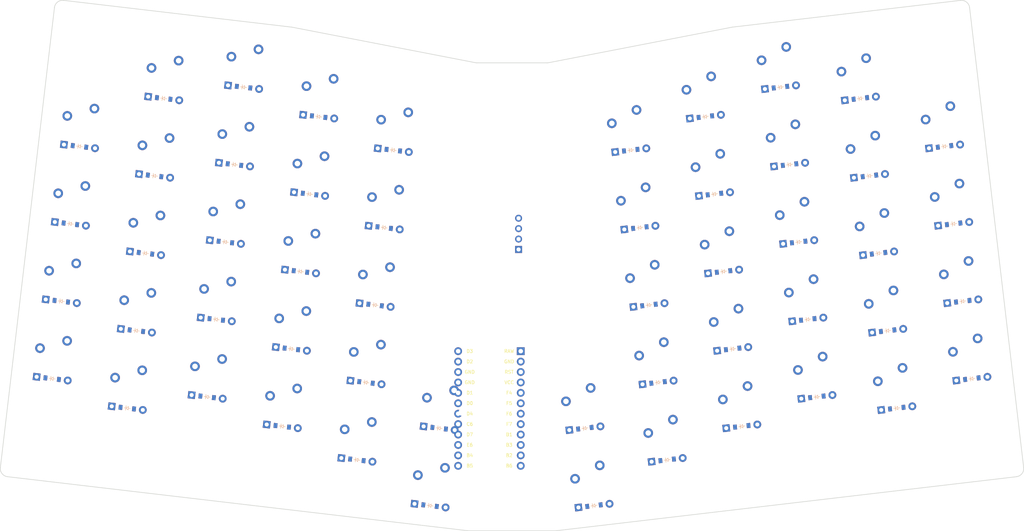
<source format=kicad_pcb>
(kicad_pcb (version 20171130) (host pcbnew 5.1.6)
  (title_block (title niu) (rev v1.0.0) (company Unknown))
  (layers (0 F.Cu signal) (31 B.Cu signal) (34 B.Paste user) (35 F.Paste user) (36 B.SilkS user) (37 F.SilkS user) (38 B.Mask user) (39 F.Mask user) (44 Edge.Cuts user))
  (net 0 "")
  (net 1 "pinky_home")
  (net 2 "D2")
  (net 3 "pinky_top")
  (net 4 "pinky_num")
  (net 5 "pinky_mid")
  (net 6 "ring_bottom")
  (net 7 "ring_home")
  (net 8 "D3")
  (net 9 "ring_top")
  (net 10 "ring_num")
  (net 11 "ring_mid")
  (net 12 "middle_bottom")
  (net 13 "middle_home")
  (net 14 "D4")
  (net 15 "middle_top")
  (net 16 "middle_num")
  (net 17 "middle_mid")
  (net 18 "index_bottom")
  (net 19 "index_home")
  (net 20 "C6")
  (net 21 "index_top")
  (net 22 "index_num")
  (net 23 "index_mid")
  (net 24 "inner_bottom")
  (net 25 "inner_home")
  (net 26 "D7")
  (net 27 "inner_top")
  (net 28 "inner_num")
  (net 29 "inner_mid")
  (net 30 "thumb_bottom_thumb")
  (net 31 "thumb_bottom")
  (net 32 "mirror_pinky_home")
  (net 33 "F4")
  (net 34 "mirror_pinky_top")
  (net 35 "mirror_pinky_num")
  (net 36 "mirror_pinky_mid")
  (net 37 "mirror_ring_bottom")
  (net 38 "mirror_ring_home")
  (net 39 "F5")
  (net 40 "mirror_ring_top")
  (net 41 "mirror_ring_num")
  (net 42 "mirror_ring_mid")
  (net 43 "mirror_middle_bottom")
  (net 44 "mirror_middle_home")
  (net 45 "F6")
  (net 46 "mirror_middle_top")
  (net 47 "mirror_middle_num")
  (net 48 "mirror_middle_mid")
  (net 49 "mirror_index_bottom")
  (net 50 "mirror_index_home")
  (net 51 "F7")
  (net 52 "mirror_index_top")
  (net 53 "mirror_index_num")
  (net 54 "mirror_index_mid")
  (net 55 "mirror_inner_bottom")
  (net 56 "mirror_inner_home")
  (net 57 "B1")
  (net 58 "mirror_inner_top")
  (net 59 "mirror_inner_num")
  (net 60 "mirror_inner_mid")
  (net 61 "mirror_thumb_bottom_thumb")
  (net 62 "mirror_thumb_bottom")
  (net 63 "RAW")
  (net 64 "GND")
  (net 65 "RST")
  (net 66 "VCC")
  (net 67 "B3")
  (net 68 "B2")
  (net 69 "B6")
  (net 70 "D1")
  (net 71 "D0")
  (net 72 "E6")
  (net 73 "B4")
  (net 74 "B5")
  (module MX (layer F.Cu) (at 4.433488 -37.7404847 -6.7)
    (fp_text reference "S1" hide)
    (fp_text value "" hide)
    (pad "" np_thru_hole circle (at 0 0) (size 3.9878 3.9878) (drill 3.9878) (layers *.Cu *.Mask))
    (pad "" np_thru_hole circle (at 5.08 0) (size 1.7018 1.7018) (drill 1.7018) (layers *.Cu *.Mask))
    (pad "" np_thru_hole circle (at -5.08 0) (size 1.7018 1.7018) (drill 1.7018) (layers *.Cu *.Mask))
    (pad 1 thru_hole circle (at 2.54 -5.08) (size 2.35 2.35) (drill 1.35) (layers *.Cu *.Mask) (net 1 "pinky_home"))
    (pad 2 thru_hole circle (at -3.81 -2.54) (size 2.35 2.35) (drill 1.35) (layers *.Cu *.Mask) (net 2 "D2"))
  )
  (module MX (layer F.Cu) (at 6.650232 -56.610727 -6.7)
    (fp_text reference "S2" hide)
    (fp_text value "" hide)
    (pad "" np_thru_hole circle (at 0 0) (size 3.9878 3.9878) (drill 3.9878) (layers *.Cu *.Mask))
    (pad "" np_thru_hole circle (at 5.08 0) (size 1.7018 1.7018) (drill 1.7018) (layers *.Cu *.Mask))
    (pad "" np_thru_hole circle (at -5.08 0) (size 1.7018 1.7018) (drill 1.7018) (layers *.Cu *.Mask))
    (pad 1 thru_hole circle (at 2.54 -5.08) (size 2.35 2.35) (drill 1.35) (layers *.Cu *.Mask) (net 3 "pinky_top"))
    (pad 2 thru_hole circle (at -3.81 -2.54) (size 2.35 2.35) (drill 1.35) (layers *.Cu *.Mask) (net 2 "D2"))
  )
  (module MX (layer F.Cu) (at 8.866976 -75.4809694 -6.7)
    (fp_text reference "S3" hide)
    (fp_text value "" hide)
    (pad "" np_thru_hole circle (at 0 0) (size 3.9878 3.9878) (drill 3.9878) (layers *.Cu *.Mask))
    (pad "" np_thru_hole circle (at 5.08 0) (size 1.7018 1.7018) (drill 1.7018) (layers *.Cu *.Mask))
    (pad "" np_thru_hole circle (at -5.08 0) (size 1.7018 1.7018) (drill 1.7018) (layers *.Cu *.Mask))
    (pad 1 thru_hole circle (at 2.54 -5.08) (size 2.35 2.35) (drill 1.35) (layers *.Cu *.Mask) (net 4 "pinky_num"))
    (pad 2 thru_hole circle (at -3.81 -2.54) (size 2.35 2.35) (drill 1.35) (layers *.Cu *.Mask) (net 2 "D2"))
  )
  (module MX (layer F.Cu) (at 11.08372 -94.3512117 -6.7)
    (fp_text reference "S4" hide)
    (fp_text value "" hide)
    (pad "" np_thru_hole circle (at 0 0) (size 3.9878 3.9878) (drill 3.9878) (layers *.Cu *.Mask))
    (pad "" np_thru_hole circle (at 5.08 0) (size 1.7018 1.7018) (drill 1.7018) (layers *.Cu *.Mask))
    (pad "" np_thru_hole circle (at -5.08 0) (size 1.7018 1.7018) (drill 1.7018) (layers *.Cu *.Mask))
    (pad 1 thru_hole circle (at 2.54 -5.08) (size 2.35 2.35) (drill 1.35) (layers *.Cu *.Mask) (net 5 "pinky_mid"))
    (pad 2 thru_hole circle (at -3.81 -2.54) (size 2.35 2.35) (drill 1.35) (layers *.Cu *.Mask) (net 2 "D2"))
  )
  (module MX (layer F.Cu) (at 22.7203767 -30.5578874 -6.7)
    (fp_text reference "S5" hide)
    (fp_text value "" hide)
    (pad "" np_thru_hole circle (at 0 0) (size 3.9878 3.9878) (drill 3.9878) (layers *.Cu *.Mask))
    (pad "" np_thru_hole circle (at 5.08 0) (size 1.7018 1.7018) (drill 1.7018) (layers *.Cu *.Mask))
    (pad "" np_thru_hole circle (at -5.08 0) (size 1.7018 1.7018) (drill 1.7018) (layers *.Cu *.Mask))
    (pad 1 thru_hole circle (at 2.54 -5.08) (size 2.35 2.35) (drill 1.35) (layers *.Cu *.Mask) (net 6 "ring_bottom"))
    (pad 2 thru_hole circle (at -3.81 -2.54) (size 2.35 2.35) (drill 1.35) (layers *.Cu *.Mask) (net 2 "D2"))
  )
  (module MX (layer F.Cu) (at 24.9371207 -49.4281298 -6.7)
    (fp_text reference "S6" hide)
    (fp_text value "" hide)
    (pad "" np_thru_hole circle (at 0 0) (size 3.9878 3.9878) (drill 3.9878) (layers *.Cu *.Mask))
    (pad "" np_thru_hole circle (at 5.08 0) (size 1.7018 1.7018) (drill 1.7018) (layers *.Cu *.Mask))
    (pad "" np_thru_hole circle (at -5.08 0) (size 1.7018 1.7018) (drill 1.7018) (layers *.Cu *.Mask))
    (pad 1 thru_hole circle (at 2.54 -5.08) (size 2.35 2.35) (drill 1.35) (layers *.Cu *.Mask) (net 7 "ring_home"))
    (pad 2 thru_hole circle (at -3.81 -2.54) (size 2.35 2.35) (drill 1.35) (layers *.Cu *.Mask) (net 8 "D3"))
  )
  (module MX (layer F.Cu) (at 27.1538647 -68.2983721 -6.7)
    (fp_text reference "S7" hide)
    (fp_text value "" hide)
    (pad "" np_thru_hole circle (at 0 0) (size 3.9878 3.9878) (drill 3.9878) (layers *.Cu *.Mask))
    (pad "" np_thru_hole circle (at 5.08 0) (size 1.7018 1.7018) (drill 1.7018) (layers *.Cu *.Mask))
    (pad "" np_thru_hole circle (at -5.08 0) (size 1.7018 1.7018) (drill 1.7018) (layers *.Cu *.Mask))
    (pad 1 thru_hole circle (at 2.54 -5.08) (size 2.35 2.35) (drill 1.35) (layers *.Cu *.Mask) (net 9 "ring_top"))
    (pad 2 thru_hole circle (at -3.81 -2.54) (size 2.35 2.35) (drill 1.35) (layers *.Cu *.Mask) (net 8 "D3"))
  )
  (module MX (layer F.Cu) (at 29.3706087 -87.1686145 -6.7)
    (fp_text reference "S8" hide)
    (fp_text value "" hide)
    (pad "" np_thru_hole circle (at 0 0) (size 3.9878 3.9878) (drill 3.9878) (layers *.Cu *.Mask))
    (pad "" np_thru_hole circle (at 5.08 0) (size 1.7018 1.7018) (drill 1.7018) (layers *.Cu *.Mask))
    (pad "" np_thru_hole circle (at -5.08 0) (size 1.7018 1.7018) (drill 1.7018) (layers *.Cu *.Mask))
    (pad 1 thru_hole circle (at 2.54 -5.08) (size 2.35 2.35) (drill 1.35) (layers *.Cu *.Mask) (net 10 "ring_num"))
    (pad 2 thru_hole circle (at -3.81 -2.54) (size 2.35 2.35) (drill 1.35) (layers *.Cu *.Mask) (net 8 "D3"))
  )
  (module MX (layer F.Cu) (at 31.5873527 -106.0388568 -6.7)
    (fp_text reference "S9" hide)
    (fp_text value "" hide)
    (pad "" np_thru_hole circle (at 0 0) (size 3.9878 3.9878) (drill 3.9878) (layers *.Cu *.Mask))
    (pad "" np_thru_hole circle (at 5.08 0) (size 1.7018 1.7018) (drill 1.7018) (layers *.Cu *.Mask))
    (pad "" np_thru_hole circle (at -5.08 0) (size 1.7018 1.7018) (drill 1.7018) (layers *.Cu *.Mask))
    (pad 1 thru_hole circle (at 2.54 -5.08) (size 2.35 2.35) (drill 1.35) (layers *.Cu *.Mask) (net 11 "ring_mid"))
    (pad 2 thru_hole circle (at -3.81 -2.54) (size 2.35 2.35) (drill 1.35) (layers *.Cu *.Mask) (net 8 "D3"))
  )
  (module MX (layer F.Cu) (at 42.1739727 -33.3069967 -6.7)
    (fp_text reference "S10" hide)
    (fp_text value "" hide)
    (pad "" np_thru_hole circle (at 0 0) (size 3.9878 3.9878) (drill 3.9878) (layers *.Cu *.Mask))
    (pad "" np_thru_hole circle (at 5.08 0) (size 1.7018 1.7018) (drill 1.7018) (layers *.Cu *.Mask))
    (pad "" np_thru_hole circle (at -5.08 0) (size 1.7018 1.7018) (drill 1.7018) (layers *.Cu *.Mask))
    (pad 1 thru_hole circle (at 2.54 -5.08) (size 2.35 2.35) (drill 1.35) (layers *.Cu *.Mask) (net 12 "middle_bottom"))
    (pad 2 thru_hole circle (at -3.81 -2.54) (size 2.35 2.35) (drill 1.35) (layers *.Cu *.Mask) (net 8 "D3"))
  )
  (module MX (layer F.Cu) (at 44.3907167 -52.177239 -6.7)
    (fp_text reference "S11" hide)
    (fp_text value "" hide)
    (pad "" np_thru_hole circle (at 0 0) (size 3.9878 3.9878) (drill 3.9878) (layers *.Cu *.Mask))
    (pad "" np_thru_hole circle (at 5.08 0) (size 1.7018 1.7018) (drill 1.7018) (layers *.Cu *.Mask))
    (pad "" np_thru_hole circle (at -5.08 0) (size 1.7018 1.7018) (drill 1.7018) (layers *.Cu *.Mask))
    (pad 1 thru_hole circle (at 2.54 -5.08) (size 2.35 2.35) (drill 1.35) (layers *.Cu *.Mask) (net 13 "middle_home"))
    (pad 2 thru_hole circle (at -3.81 -2.54) (size 2.35 2.35) (drill 1.35) (layers *.Cu *.Mask) (net 14 "D4"))
  )
  (module MX (layer F.Cu) (at 46.6074607 -71.0474814 -6.7)
    (fp_text reference "S12" hide)
    (fp_text value "" hide)
    (pad "" np_thru_hole circle (at 0 0) (size 3.9878 3.9878) (drill 3.9878) (layers *.Cu *.Mask))
    (pad "" np_thru_hole circle (at 5.08 0) (size 1.7018 1.7018) (drill 1.7018) (layers *.Cu *.Mask))
    (pad "" np_thru_hole circle (at -5.08 0) (size 1.7018 1.7018) (drill 1.7018) (layers *.Cu *.Mask))
    (pad 1 thru_hole circle (at 2.54 -5.08) (size 2.35 2.35) (drill 1.35) (layers *.Cu *.Mask) (net 15 "middle_top"))
    (pad 2 thru_hole circle (at -3.81 -2.54) (size 2.35 2.35) (drill 1.35) (layers *.Cu *.Mask) (net 14 "D4"))
  )
  (module MX (layer F.Cu) (at 48.8242047 -89.9177237 -6.7)
    (fp_text reference "S13" hide)
    (fp_text value "" hide)
    (pad "" np_thru_hole circle (at 0 0) (size 3.9878 3.9878) (drill 3.9878) (layers *.Cu *.Mask))
    (pad "" np_thru_hole circle (at 5.08 0) (size 1.7018 1.7018) (drill 1.7018) (layers *.Cu *.Mask))
    (pad "" np_thru_hole circle (at -5.08 0) (size 1.7018 1.7018) (drill 1.7018) (layers *.Cu *.Mask))
    (pad 1 thru_hole circle (at 2.54 -5.08) (size 2.35 2.35) (drill 1.35) (layers *.Cu *.Mask) (net 16 "middle_num"))
    (pad 2 thru_hole circle (at -3.81 -2.54) (size 2.35 2.35) (drill 1.35) (layers *.Cu *.Mask) (net 14 "D4"))
  )
  (module MX (layer F.Cu) (at 51.0409487 -108.787966 -6.7)
    (fp_text reference "S14" hide)
    (fp_text value "" hide)
    (pad "" np_thru_hole circle (at 0 0) (size 3.9878 3.9878) (drill 3.9878) (layers *.Cu *.Mask))
    (pad "" np_thru_hole circle (at 5.08 0) (size 1.7018 1.7018) (drill 1.7018) (layers *.Cu *.Mask))
    (pad "" np_thru_hole circle (at -5.08 0) (size 1.7018 1.7018) (drill 1.7018) (layers *.Cu *.Mask))
    (pad 1 thru_hole circle (at 2.54 -5.08) (size 2.35 2.35) (drill 1.35) (layers *.Cu *.Mask) (net 17 "middle_mid"))
    (pad 2 thru_hole circle (at -3.81 -2.54) (size 2.35 2.35) (drill 1.35) (layers *.Cu *.Mask) (net 14 "D4"))
  )
  (module MX (layer F.Cu) (at 60.4608613 -26.1243994 -6.7)
    (fp_text reference "S15" hide)
    (fp_text value "" hide)
    (pad "" np_thru_hole circle (at 0 0) (size 3.9878 3.9878) (drill 3.9878) (layers *.Cu *.Mask))
    (pad "" np_thru_hole circle (at 5.08 0) (size 1.7018 1.7018) (drill 1.7018) (layers *.Cu *.Mask))
    (pad "" np_thru_hole circle (at -5.08 0) (size 1.7018 1.7018) (drill 1.7018) (layers *.Cu *.Mask))
    (pad 1 thru_hole circle (at 2.54 -5.08) (size 2.35 2.35) (drill 1.35) (layers *.Cu *.Mask) (net 18 "index_bottom"))
    (pad 2 thru_hole circle (at -3.81 -2.54) (size 2.35 2.35) (drill 1.35) (layers *.Cu *.Mask) (net 14 "D4"))
  )
  (module MX (layer F.Cu) (at 62.6776054 -44.9946418 -6.7)
    (fp_text reference "S16" hide)
    (fp_text value "" hide)
    (pad "" np_thru_hole circle (at 0 0) (size 3.9878 3.9878) (drill 3.9878) (layers *.Cu *.Mask))
    (pad "" np_thru_hole circle (at 5.08 0) (size 1.7018 1.7018) (drill 1.7018) (layers *.Cu *.Mask))
    (pad "" np_thru_hole circle (at -5.08 0) (size 1.7018 1.7018) (drill 1.7018) (layers *.Cu *.Mask))
    (pad 1 thru_hole circle (at 2.54 -5.08) (size 2.35 2.35) (drill 1.35) (layers *.Cu *.Mask) (net 19 "index_home"))
    (pad 2 thru_hole circle (at -3.81 -2.54) (size 2.35 2.35) (drill 1.35) (layers *.Cu *.Mask) (net 20 "C6"))
  )
  (module MX (layer F.Cu) (at 64.8943494 -63.8648841 -6.7)
    (fp_text reference "S17" hide)
    (fp_text value "" hide)
    (pad "" np_thru_hole circle (at 0 0) (size 3.9878 3.9878) (drill 3.9878) (layers *.Cu *.Mask))
    (pad "" np_thru_hole circle (at 5.08 0) (size 1.7018 1.7018) (drill 1.7018) (layers *.Cu *.Mask))
    (pad "" np_thru_hole circle (at -5.08 0) (size 1.7018 1.7018) (drill 1.7018) (layers *.Cu *.Mask))
    (pad 1 thru_hole circle (at 2.54 -5.08) (size 2.35 2.35) (drill 1.35) (layers *.Cu *.Mask) (net 21 "index_top"))
    (pad 2 thru_hole circle (at -3.81 -2.54) (size 2.35 2.35) (drill 1.35) (layers *.Cu *.Mask) (net 20 "C6"))
  )
  (module MX (layer F.Cu) (at 67.1110934 -82.7351264 -6.7)
    (fp_text reference "S18" hide)
    (fp_text value "" hide)
    (pad "" np_thru_hole circle (at 0 0) (size 3.9878 3.9878) (drill 3.9878) (layers *.Cu *.Mask))
    (pad "" np_thru_hole circle (at 5.08 0) (size 1.7018 1.7018) (drill 1.7018) (layers *.Cu *.Mask))
    (pad "" np_thru_hole circle (at -5.08 0) (size 1.7018 1.7018) (drill 1.7018) (layers *.Cu *.Mask))
    (pad 1 thru_hole circle (at 2.54 -5.08) (size 2.35 2.35) (drill 1.35) (layers *.Cu *.Mask) (net 22 "index_num"))
    (pad 2 thru_hole circle (at -3.81 -2.54) (size 2.35 2.35) (drill 1.35) (layers *.Cu *.Mask) (net 20 "C6"))
  )
  (module MX (layer F.Cu) (at 69.3278374 -101.6053688 -6.7)
    (fp_text reference "S19" hide)
    (fp_text value "" hide)
    (pad "" np_thru_hole circle (at 0 0) (size 3.9878 3.9878) (drill 3.9878) (layers *.Cu *.Mask))
    (pad "" np_thru_hole circle (at 5.08 0) (size 1.7018 1.7018) (drill 1.7018) (layers *.Cu *.Mask))
    (pad "" np_thru_hole circle (at -5.08 0) (size 1.7018 1.7018) (drill 1.7018) (layers *.Cu *.Mask))
    (pad 1 thru_hole circle (at 2.54 -5.08) (size 2.35 2.35) (drill 1.35) (layers *.Cu *.Mask) (net 23 "index_mid"))
    (pad 2 thru_hole circle (at -3.81 -2.54) (size 2.35 2.35) (drill 1.35) (layers *.Cu *.Mask) (net 20 "C6"))
  )
  (module MX (layer F.Cu) (at 78.6310793 -17.9486315 -6.7)
    (fp_text reference "S20" hide)
    (fp_text value "" hide)
    (pad "" np_thru_hole circle (at 0 0) (size 3.9878 3.9878) (drill 3.9878) (layers *.Cu *.Mask))
    (pad "" np_thru_hole circle (at 5.08 0) (size 1.7018 1.7018) (drill 1.7018) (layers *.Cu *.Mask))
    (pad "" np_thru_hole circle (at -5.08 0) (size 1.7018 1.7018) (drill 1.7018) (layers *.Cu *.Mask))
    (pad 1 thru_hole circle (at 2.54 -5.08) (size 2.35 2.35) (drill 1.35) (layers *.Cu *.Mask) (net 24 "inner_bottom"))
    (pad 2 thru_hole circle (at -3.81 -2.54) (size 2.35 2.35) (drill 1.35) (layers *.Cu *.Mask) (net 20 "C6"))
  )
  (module MX (layer F.Cu) (at 80.8478233 -36.8188739 -6.7)
    (fp_text reference "S21" hide)
    (fp_text value "" hide)
    (pad "" np_thru_hole circle (at 0 0) (size 3.9878 3.9878) (drill 3.9878) (layers *.Cu *.Mask))
    (pad "" np_thru_hole circle (at 5.08 0) (size 1.7018 1.7018) (drill 1.7018) (layers *.Cu *.Mask))
    (pad "" np_thru_hole circle (at -5.08 0) (size 1.7018 1.7018) (drill 1.7018) (layers *.Cu *.Mask))
    (pad 1 thru_hole circle (at 2.54 -5.08) (size 2.35 2.35) (drill 1.35) (layers *.Cu *.Mask) (net 25 "inner_home"))
    (pad 2 thru_hole circle (at -3.81 -2.54) (size 2.35 2.35) (drill 1.35) (layers *.Cu *.Mask) (net 26 "D7"))
  )
  (module MX (layer F.Cu) (at 83.0645673 -55.6891162 -6.7)
    (fp_text reference "S22" hide)
    (fp_text value "" hide)
    (pad "" np_thru_hole circle (at 0 0) (size 3.9878 3.9878) (drill 3.9878) (layers *.Cu *.Mask))
    (pad "" np_thru_hole circle (at 5.08 0) (size 1.7018 1.7018) (drill 1.7018) (layers *.Cu *.Mask))
    (pad "" np_thru_hole circle (at -5.08 0) (size 1.7018 1.7018) (drill 1.7018) (layers *.Cu *.Mask))
    (pad 1 thru_hole circle (at 2.54 -5.08) (size 2.35 2.35) (drill 1.35) (layers *.Cu *.Mask) (net 27 "inner_top"))
    (pad 2 thru_hole circle (at -3.81 -2.54) (size 2.35 2.35) (drill 1.35) (layers *.Cu *.Mask) (net 26 "D7"))
  )
  (module MX (layer F.Cu) (at 85.2813113 -74.5593585 -6.7)
    (fp_text reference "S23" hide)
    (fp_text value "" hide)
    (pad "" np_thru_hole circle (at 0 0) (size 3.9878 3.9878) (drill 3.9878) (layers *.Cu *.Mask))
    (pad "" np_thru_hole circle (at 5.08 0) (size 1.7018 1.7018) (drill 1.7018) (layers *.Cu *.Mask))
    (pad "" np_thru_hole circle (at -5.08 0) (size 1.7018 1.7018) (drill 1.7018) (layers *.Cu *.Mask))
    (pad 1 thru_hole circle (at 2.54 -5.08) (size 2.35 2.35) (drill 1.35) (layers *.Cu *.Mask) (net 28 "inner_num"))
    (pad 2 thru_hole circle (at -3.81 -2.54) (size 2.35 2.35) (drill 1.35) (layers *.Cu *.Mask) (net 26 "D7"))
  )
  (module MX (layer F.Cu) (at 87.4980553 -93.4296009 -6.7)
    (fp_text reference "S24" hide)
    (fp_text value "" hide)
    (pad "" np_thru_hole circle (at 0 0) (size 3.9878 3.9878) (drill 3.9878) (layers *.Cu *.Mask))
    (pad "" np_thru_hole circle (at 5.08 0) (size 1.7018 1.7018) (drill 1.7018) (layers *.Cu *.Mask))
    (pad "" np_thru_hole circle (at -5.08 0) (size 1.7018 1.7018) (drill 1.7018) (layers *.Cu *.Mask))
    (pad 1 thru_hole circle (at 2.54 -5.08) (size 2.35 2.35) (drill 1.35) (layers *.Cu *.Mask) (net 29 "inner_mid"))
    (pad 2 thru_hole circle (at -3.81 -2.54) (size 2.35 2.35) (drill 1.35) (layers *.Cu *.Mask) (net 26 "D7"))
  )
  (module MX (layer F.Cu) (at 96.451285 -6.7933517 -6.7)
    (fp_text reference "S25" hide)
    (fp_text value "" hide)
    (pad "" np_thru_hole circle (at 0 0) (size 3.9878 3.9878) (drill 3.9878) (layers *.Cu *.Mask))
    (pad "" np_thru_hole circle (at 5.08 0) (size 1.7018 1.7018) (drill 1.7018) (layers *.Cu *.Mask))
    (pad "" np_thru_hole circle (at -5.08 0) (size 1.7018 1.7018) (drill 1.7018) (layers *.Cu *.Mask))
    (pad 1 thru_hole circle (at 2.54 -5.08) (size 2.35 2.35) (drill 1.35) (layers *.Cu *.Mask) (net 30 "thumb_bottom_thumb"))
    (pad 2 thru_hole circle (at -3.81 -2.54) (size 2.35 2.35) (drill 1.35) (layers *.Cu *.Mask) (net 26 "D7"))
  )
  (module MX (layer F.Cu) (at 98.668029 -25.663594 -6.7)
    (fp_text reference "S26" hide)
    (fp_text value "" hide)
    (pad "" np_thru_hole circle (at 0 0) (size 3.9878 3.9878) (drill 3.9878) (layers *.Cu *.Mask))
    (pad "" np_thru_hole circle (at 5.08 0) (size 1.7018 1.7018) (drill 1.7018) (layers *.Cu *.Mask))
    (pad "" np_thru_hole circle (at -5.08 0) (size 1.7018 1.7018) (drill 1.7018) (layers *.Cu *.Mask))
    (pad 1 thru_hole circle (at 2.54 -5.08) (size 2.35 2.35) (drill 1.35) (layers *.Cu *.Mask) (net 31 "thumb_bottom"))
    (pad 2 thru_hole circle (at -3.81 -2.54) (size 2.35 2.35) (drill 1.35) (layers *.Cu *.Mask) (net 26 "D7"))
  )
  (module MX (layer F.Cu) (at 227.33605799999998 -37.7404847 6.7)
    (fp_text reference "S27" hide)
    (fp_text value "" hide)
    (pad "" np_thru_hole circle (at 0 0) (size 3.9878 3.9878) (drill 3.9878) (layers *.Cu *.Mask))
    (pad "" np_thru_hole circle (at 5.08 0) (size 1.7018 1.7018) (drill 1.7018) (layers *.Cu *.Mask))
    (pad "" np_thru_hole circle (at -5.08 0) (size 1.7018 1.7018) (drill 1.7018) (layers *.Cu *.Mask))
    (pad 1 thru_hole circle (at 2.54 -5.08) (size 2.35 2.35) (drill 1.35) (layers *.Cu *.Mask) (net 32 "mirror_pinky_home"))
    (pad 2 thru_hole circle (at -3.81 -2.54) (size 2.35 2.35) (drill 1.35) (layers *.Cu *.Mask) (net 33 "F4"))
  )
  (module MX (layer F.Cu) (at 225.119314 -56.610727 6.7)
    (fp_text reference "S28" hide)
    (fp_text value "" hide)
    (pad "" np_thru_hole circle (at 0 0) (size 3.9878 3.9878) (drill 3.9878) (layers *.Cu *.Mask))
    (pad "" np_thru_hole circle (at 5.08 0) (size 1.7018 1.7018) (drill 1.7018) (layers *.Cu *.Mask))
    (pad "" np_thru_hole circle (at -5.08 0) (size 1.7018 1.7018) (drill 1.7018) (layers *.Cu *.Mask))
    (pad 1 thru_hole circle (at 2.54 -5.08) (size 2.35 2.35) (drill 1.35) (layers *.Cu *.Mask) (net 34 "mirror_pinky_top"))
    (pad 2 thru_hole circle (at -3.81 -2.54) (size 2.35 2.35) (drill 1.35) (layers *.Cu *.Mask) (net 33 "F4"))
  )
  (module MX (layer F.Cu) (at 222.90257 -75.4809694 6.7)
    (fp_text reference "S29" hide)
    (fp_text value "" hide)
    (pad "" np_thru_hole circle (at 0 0) (size 3.9878 3.9878) (drill 3.9878) (layers *.Cu *.Mask))
    (pad "" np_thru_hole circle (at 5.08 0) (size 1.7018 1.7018) (drill 1.7018) (layers *.Cu *.Mask))
    (pad "" np_thru_hole circle (at -5.08 0) (size 1.7018 1.7018) (drill 1.7018) (layers *.Cu *.Mask))
    (pad 1 thru_hole circle (at 2.54 -5.08) (size 2.35 2.35) (drill 1.35) (layers *.Cu *.Mask) (net 35 "mirror_pinky_num"))
    (pad 2 thru_hole circle (at -3.81 -2.54) (size 2.35 2.35) (drill 1.35) (layers *.Cu *.Mask) (net 33 "F4"))
  )
  (module MX (layer F.Cu) (at 220.685826 -94.3512117 6.7)
    (fp_text reference "S30" hide)
    (fp_text value "" hide)
    (pad "" np_thru_hole circle (at 0 0) (size 3.9878 3.9878) (drill 3.9878) (layers *.Cu *.Mask))
    (pad "" np_thru_hole circle (at 5.08 0) (size 1.7018 1.7018) (drill 1.7018) (layers *.Cu *.Mask))
    (pad "" np_thru_hole circle (at -5.08 0) (size 1.7018 1.7018) (drill 1.7018) (layers *.Cu *.Mask))
    (pad 1 thru_hole circle (at 2.54 -5.08) (size 2.35 2.35) (drill 1.35) (layers *.Cu *.Mask) (net 36 "mirror_pinky_mid"))
    (pad 2 thru_hole circle (at -3.81 -2.54) (size 2.35 2.35) (drill 1.35) (layers *.Cu *.Mask) (net 33 "F4"))
  )
  (module MX (layer F.Cu) (at 209.0491693 -30.5578874 6.7)
    (fp_text reference "S31" hide)
    (fp_text value "" hide)
    (pad "" np_thru_hole circle (at 0 0) (size 3.9878 3.9878) (drill 3.9878) (layers *.Cu *.Mask))
    (pad "" np_thru_hole circle (at 5.08 0) (size 1.7018 1.7018) (drill 1.7018) (layers *.Cu *.Mask))
    (pad "" np_thru_hole circle (at -5.08 0) (size 1.7018 1.7018) (drill 1.7018) (layers *.Cu *.Mask))
    (pad 1 thru_hole circle (at 2.54 -5.08) (size 2.35 2.35) (drill 1.35) (layers *.Cu *.Mask) (net 37 "mirror_ring_bottom"))
    (pad 2 thru_hole circle (at -3.81 -2.54) (size 2.35 2.35) (drill 1.35) (layers *.Cu *.Mask) (net 33 "F4"))
  )
  (module MX (layer F.Cu) (at 206.83242529999998 -49.4281298 6.7)
    (fp_text reference "S32" hide)
    (fp_text value "" hide)
    (pad "" np_thru_hole circle (at 0 0) (size 3.9878 3.9878) (drill 3.9878) (layers *.Cu *.Mask))
    (pad "" np_thru_hole circle (at 5.08 0) (size 1.7018 1.7018) (drill 1.7018) (layers *.Cu *.Mask))
    (pad "" np_thru_hole circle (at -5.08 0) (size 1.7018 1.7018) (drill 1.7018) (layers *.Cu *.Mask))
    (pad 1 thru_hole circle (at 2.54 -5.08) (size 2.35 2.35) (drill 1.35) (layers *.Cu *.Mask) (net 38 "mirror_ring_home"))
    (pad 2 thru_hole circle (at -3.81 -2.54) (size 2.35 2.35) (drill 1.35) (layers *.Cu *.Mask) (net 39 "F5"))
  )
  (module MX (layer F.Cu) (at 204.6156813 -68.2983721 6.7)
    (fp_text reference "S33" hide)
    (fp_text value "" hide)
    (pad "" np_thru_hole circle (at 0 0) (size 3.9878 3.9878) (drill 3.9878) (layers *.Cu *.Mask))
    (pad "" np_thru_hole circle (at 5.08 0) (size 1.7018 1.7018) (drill 1.7018) (layers *.Cu *.Mask))
    (pad "" np_thru_hole circle (at -5.08 0) (size 1.7018 1.7018) (drill 1.7018) (layers *.Cu *.Mask))
    (pad 1 thru_hole circle (at 2.54 -5.08) (size 2.35 2.35) (drill 1.35) (layers *.Cu *.Mask) (net 40 "mirror_ring_top"))
    (pad 2 thru_hole circle (at -3.81 -2.54) (size 2.35 2.35) (drill 1.35) (layers *.Cu *.Mask) (net 39 "F5"))
  )
  (module MX (layer F.Cu) (at 202.3989373 -87.1686145 6.7)
    (fp_text reference "S34" hide)
    (fp_text value "" hide)
    (pad "" np_thru_hole circle (at 0 0) (size 3.9878 3.9878) (drill 3.9878) (layers *.Cu *.Mask))
    (pad "" np_thru_hole circle (at 5.08 0) (size 1.7018 1.7018) (drill 1.7018) (layers *.Cu *.Mask))
    (pad "" np_thru_hole circle (at -5.08 0) (size 1.7018 1.7018) (drill 1.7018) (layers *.Cu *.Mask))
    (pad 1 thru_hole circle (at 2.54 -5.08) (size 2.35 2.35) (drill 1.35) (layers *.Cu *.Mask) (net 41 "mirror_ring_num"))
    (pad 2 thru_hole circle (at -3.81 -2.54) (size 2.35 2.35) (drill 1.35) (layers *.Cu *.Mask) (net 39 "F5"))
  )
  (module MX (layer F.Cu) (at 200.1821933 -106.0388568 6.7)
    (fp_text reference "S35" hide)
    (fp_text value "" hide)
    (pad "" np_thru_hole circle (at 0 0) (size 3.9878 3.9878) (drill 3.9878) (layers *.Cu *.Mask))
    (pad "" np_thru_hole circle (at 5.08 0) (size 1.7018 1.7018) (drill 1.7018) (layers *.Cu *.Mask))
    (pad "" np_thru_hole circle (at -5.08 0) (size 1.7018 1.7018) (drill 1.7018) (layers *.Cu *.Mask))
    (pad 1 thru_hole circle (at 2.54 -5.08) (size 2.35 2.35) (drill 1.35) (layers *.Cu *.Mask) (net 42 "mirror_ring_mid"))
    (pad 2 thru_hole circle (at -3.81 -2.54) (size 2.35 2.35) (drill 1.35) (layers *.Cu *.Mask) (net 39 "F5"))
  )
  (module MX (layer F.Cu) (at 189.59557329999998 -33.3069967 6.7)
    (fp_text reference "S36" hide)
    (fp_text value "" hide)
    (pad "" np_thru_hole circle (at 0 0) (size 3.9878 3.9878) (drill 3.9878) (layers *.Cu *.Mask))
    (pad "" np_thru_hole circle (at 5.08 0) (size 1.7018 1.7018) (drill 1.7018) (layers *.Cu *.Mask))
    (pad "" np_thru_hole circle (at -5.08 0) (size 1.7018 1.7018) (drill 1.7018) (layers *.Cu *.Mask))
    (pad 1 thru_hole circle (at 2.54 -5.08) (size 2.35 2.35) (drill 1.35) (layers *.Cu *.Mask) (net 43 "mirror_middle_bottom"))
    (pad 2 thru_hole circle (at -3.81 -2.54) (size 2.35 2.35) (drill 1.35) (layers *.Cu *.Mask) (net 39 "F5"))
  )
  (module MX (layer F.Cu) (at 187.3788293 -52.177239 6.7)
    (fp_text reference "S37" hide)
    (fp_text value "" hide)
    (pad "" np_thru_hole circle (at 0 0) (size 3.9878 3.9878) (drill 3.9878) (layers *.Cu *.Mask))
    (pad "" np_thru_hole circle (at 5.08 0) (size 1.7018 1.7018) (drill 1.7018) (layers *.Cu *.Mask))
    (pad "" np_thru_hole circle (at -5.08 0) (size 1.7018 1.7018) (drill 1.7018) (layers *.Cu *.Mask))
    (pad 1 thru_hole circle (at 2.54 -5.08) (size 2.35 2.35) (drill 1.35) (layers *.Cu *.Mask) (net 44 "mirror_middle_home"))
    (pad 2 thru_hole circle (at -3.81 -2.54) (size 2.35 2.35) (drill 1.35) (layers *.Cu *.Mask) (net 45 "F6"))
  )
  (module MX (layer F.Cu) (at 185.1620853 -71.0474814 6.7)
    (fp_text reference "S38" hide)
    (fp_text value "" hide)
    (pad "" np_thru_hole circle (at 0 0) (size 3.9878 3.9878) (drill 3.9878) (layers *.Cu *.Mask))
    (pad "" np_thru_hole circle (at 5.08 0) (size 1.7018 1.7018) (drill 1.7018) (layers *.Cu *.Mask))
    (pad "" np_thru_hole circle (at -5.08 0) (size 1.7018 1.7018) (drill 1.7018) (layers *.Cu *.Mask))
    (pad 1 thru_hole circle (at 2.54 -5.08) (size 2.35 2.35) (drill 1.35) (layers *.Cu *.Mask) (net 46 "mirror_middle_top"))
    (pad 2 thru_hole circle (at -3.81 -2.54) (size 2.35 2.35) (drill 1.35) (layers *.Cu *.Mask) (net 45 "F6"))
  )
  (module MX (layer F.Cu) (at 182.9453413 -89.9177237 6.7)
    (fp_text reference "S39" hide)
    (fp_text value "" hide)
    (pad "" np_thru_hole circle (at 0 0) (size 3.9878 3.9878) (drill 3.9878) (layers *.Cu *.Mask))
    (pad "" np_thru_hole circle (at 5.08 0) (size 1.7018 1.7018) (drill 1.7018) (layers *.Cu *.Mask))
    (pad "" np_thru_hole circle (at -5.08 0) (size 1.7018 1.7018) (drill 1.7018) (layers *.Cu *.Mask))
    (pad 1 thru_hole circle (at 2.54 -5.08) (size 2.35 2.35) (drill 1.35) (layers *.Cu *.Mask) (net 47 "mirror_middle_num"))
    (pad 2 thru_hole circle (at -3.81 -2.54) (size 2.35 2.35) (drill 1.35) (layers *.Cu *.Mask) (net 45 "F6"))
  )
  (module MX (layer F.Cu) (at 180.7285973 -108.787966 6.7)
    (fp_text reference "S40" hide)
    (fp_text value "" hide)
    (pad "" np_thru_hole circle (at 0 0) (size 3.9878 3.9878) (drill 3.9878) (layers *.Cu *.Mask))
    (pad "" np_thru_hole circle (at 5.08 0) (size 1.7018 1.7018) (drill 1.7018) (layers *.Cu *.Mask))
    (pad "" np_thru_hole circle (at -5.08 0) (size 1.7018 1.7018) (drill 1.7018) (layers *.Cu *.Mask))
    (pad 1 thru_hole circle (at 2.54 -5.08) (size 2.35 2.35) (drill 1.35) (layers *.Cu *.Mask) (net 48 "mirror_middle_mid"))
    (pad 2 thru_hole circle (at -3.81 -2.54) (size 2.35 2.35) (drill 1.35) (layers *.Cu *.Mask) (net 45 "F6"))
  )
  (module MX (layer F.Cu) (at 171.3086847 -26.1243994 6.7)
    (fp_text reference "S41" hide)
    (fp_text value "" hide)
    (pad "" np_thru_hole circle (at 0 0) (size 3.9878 3.9878) (drill 3.9878) (layers *.Cu *.Mask))
    (pad "" np_thru_hole circle (at 5.08 0) (size 1.7018 1.7018) (drill 1.7018) (layers *.Cu *.Mask))
    (pad "" np_thru_hole circle (at -5.08 0) (size 1.7018 1.7018) (drill 1.7018) (layers *.Cu *.Mask))
    (pad 1 thru_hole circle (at 2.54 -5.08) (size 2.35 2.35) (drill 1.35) (layers *.Cu *.Mask) (net 49 "mirror_index_bottom"))
    (pad 2 thru_hole circle (at -3.81 -2.54) (size 2.35 2.35) (drill 1.35) (layers *.Cu *.Mask) (net 45 "F6"))
  )
  (module MX (layer F.Cu) (at 169.0919406 -44.9946418 6.7)
    (fp_text reference "S42" hide)
    (fp_text value "" hide)
    (pad "" np_thru_hole circle (at 0 0) (size 3.9878 3.9878) (drill 3.9878) (layers *.Cu *.Mask))
    (pad "" np_thru_hole circle (at 5.08 0) (size 1.7018 1.7018) (drill 1.7018) (layers *.Cu *.Mask))
    (pad "" np_thru_hole circle (at -5.08 0) (size 1.7018 1.7018) (drill 1.7018) (layers *.Cu *.Mask))
    (pad 1 thru_hole circle (at 2.54 -5.08) (size 2.35 2.35) (drill 1.35) (layers *.Cu *.Mask) (net 50 "mirror_index_home"))
    (pad 2 thru_hole circle (at -3.81 -2.54) (size 2.35 2.35) (drill 1.35) (layers *.Cu *.Mask) (net 51 "F7"))
  )
  (module MX (layer F.Cu) (at 166.87519659999998 -63.8648841 6.7)
    (fp_text reference "S43" hide)
    (fp_text value "" hide)
    (pad "" np_thru_hole circle (at 0 0) (size 3.9878 3.9878) (drill 3.9878) (layers *.Cu *.Mask))
    (pad "" np_thru_hole circle (at 5.08 0) (size 1.7018 1.7018) (drill 1.7018) (layers *.Cu *.Mask))
    (pad "" np_thru_hole circle (at -5.08 0) (size 1.7018 1.7018) (drill 1.7018) (layers *.Cu *.Mask))
    (pad 1 thru_hole circle (at 2.54 -5.08) (size 2.35 2.35) (drill 1.35) (layers *.Cu *.Mask) (net 52 "mirror_index_top"))
    (pad 2 thru_hole circle (at -3.81 -2.54) (size 2.35 2.35) (drill 1.35) (layers *.Cu *.Mask) (net 51 "F7"))
  )
  (module MX (layer F.Cu) (at 164.65845259999998 -82.7351264 6.7)
    (fp_text reference "S44" hide)
    (fp_text value "" hide)
    (pad "" np_thru_hole circle (at 0 0) (size 3.9878 3.9878) (drill 3.9878) (layers *.Cu *.Mask))
    (pad "" np_thru_hole circle (at 5.08 0) (size 1.7018 1.7018) (drill 1.7018) (layers *.Cu *.Mask))
    (pad "" np_thru_hole circle (at -5.08 0) (size 1.7018 1.7018) (drill 1.7018) (layers *.Cu *.Mask))
    (pad 1 thru_hole circle (at 2.54 -5.08) (size 2.35 2.35) (drill 1.35) (layers *.Cu *.Mask) (net 53 "mirror_index_num"))
    (pad 2 thru_hole circle (at -3.81 -2.54) (size 2.35 2.35) (drill 1.35) (layers *.Cu *.Mask) (net 51 "F7"))
  )
  (module MX (layer F.Cu) (at 162.44170859999997 -101.6053688 6.7)
    (fp_text reference "S45" hide)
    (fp_text value "" hide)
    (pad "" np_thru_hole circle (at 0 0) (size 3.9878 3.9878) (drill 3.9878) (layers *.Cu *.Mask))
    (pad "" np_thru_hole circle (at 5.08 0) (size 1.7018 1.7018) (drill 1.7018) (layers *.Cu *.Mask))
    (pad "" np_thru_hole circle (at -5.08 0) (size 1.7018 1.7018) (drill 1.7018) (layers *.Cu *.Mask))
    (pad 1 thru_hole circle (at 2.54 -5.08) (size 2.35 2.35) (drill 1.35) (layers *.Cu *.Mask) (net 54 "mirror_index_mid"))
    (pad 2 thru_hole circle (at -3.81 -2.54) (size 2.35 2.35) (drill 1.35) (layers *.Cu *.Mask) (net 51 "F7"))
  )
  (module MX (layer F.Cu) (at 153.13846669999998 -17.9486315 6.7)
    (fp_text reference "S46" hide)
    (fp_text value "" hide)
    (pad "" np_thru_hole circle (at 0 0) (size 3.9878 3.9878) (drill 3.9878) (layers *.Cu *.Mask))
    (pad "" np_thru_hole circle (at 5.08 0) (size 1.7018 1.7018) (drill 1.7018) (layers *.Cu *.Mask))
    (pad "" np_thru_hole circle (at -5.08 0) (size 1.7018 1.7018) (drill 1.7018) (layers *.Cu *.Mask))
    (pad 1 thru_hole circle (at 2.54 -5.08) (size 2.35 2.35) (drill 1.35) (layers *.Cu *.Mask) (net 55 "mirror_inner_bottom"))
    (pad 2 thru_hole circle (at -3.81 -2.54) (size 2.35 2.35) (drill 1.35) (layers *.Cu *.Mask) (net 51 "F7"))
  )
  (module MX (layer F.Cu) (at 150.92172269999998 -36.8188739 6.7)
    (fp_text reference "S47" hide)
    (fp_text value "" hide)
    (pad "" np_thru_hole circle (at 0 0) (size 3.9878 3.9878) (drill 3.9878) (layers *.Cu *.Mask))
    (pad "" np_thru_hole circle (at 5.08 0) (size 1.7018 1.7018) (drill 1.7018) (layers *.Cu *.Mask))
    (pad "" np_thru_hole circle (at -5.08 0) (size 1.7018 1.7018) (drill 1.7018) (layers *.Cu *.Mask))
    (pad 1 thru_hole circle (at 2.54 -5.08) (size 2.35 2.35) (drill 1.35) (layers *.Cu *.Mask) (net 56 "mirror_inner_home"))
    (pad 2 thru_hole circle (at -3.81 -2.54) (size 2.35 2.35) (drill 1.35) (layers *.Cu *.Mask) (net 57 "B1"))
  )
  (module MX (layer F.Cu) (at 148.7049787 -55.6891162 6.7)
    (fp_text reference "S48" hide)
    (fp_text value "" hide)
    (pad "" np_thru_hole circle (at 0 0) (size 3.9878 3.9878) (drill 3.9878) (layers *.Cu *.Mask))
    (pad "" np_thru_hole circle (at 5.08 0) (size 1.7018 1.7018) (drill 1.7018) (layers *.Cu *.Mask))
    (pad "" np_thru_hole circle (at -5.08 0) (size 1.7018 1.7018) (drill 1.7018) (layers *.Cu *.Mask))
    (pad 1 thru_hole circle (at 2.54 -5.08) (size 2.35 2.35) (drill 1.35) (layers *.Cu *.Mask) (net 58 "mirror_inner_top"))
    (pad 2 thru_hole circle (at -3.81 -2.54) (size 2.35 2.35) (drill 1.35) (layers *.Cu *.Mask) (net 57 "B1"))
  )
  (module MX (layer F.Cu) (at 146.4882347 -74.5593585 6.7)
    (fp_text reference "S49" hide)
    (fp_text value "" hide)
    (pad "" np_thru_hole circle (at 0 0) (size 3.9878 3.9878) (drill 3.9878) (layers *.Cu *.Mask))
    (pad "" np_thru_hole circle (at 5.08 0) (size 1.7018 1.7018) (drill 1.7018) (layers *.Cu *.Mask))
    (pad "" np_thru_hole circle (at -5.08 0) (size 1.7018 1.7018) (drill 1.7018) (layers *.Cu *.Mask))
    (pad 1 thru_hole circle (at 2.54 -5.08) (size 2.35 2.35) (drill 1.35) (layers *.Cu *.Mask) (net 59 "mirror_inner_num"))
    (pad 2 thru_hole circle (at -3.81 -2.54) (size 2.35 2.35) (drill 1.35) (layers *.Cu *.Mask) (net 57 "B1"))
  )
  (module MX (layer F.Cu) (at 144.2714907 -93.4296009 6.7)
    (fp_text reference "S50" hide)
    (fp_text value "" hide)
    (pad "" np_thru_hole circle (at 0 0) (size 3.9878 3.9878) (drill 3.9878) (layers *.Cu *.Mask))
    (pad "" np_thru_hole circle (at 5.08 0) (size 1.7018 1.7018) (drill 1.7018) (layers *.Cu *.Mask))
    (pad "" np_thru_hole circle (at -5.08 0) (size 1.7018 1.7018) (drill 1.7018) (layers *.Cu *.Mask))
    (pad 1 thru_hole circle (at 2.54 -5.08) (size 2.35 2.35) (drill 1.35) (layers *.Cu *.Mask) (net 60 "mirror_inner_mid"))
    (pad 2 thru_hole circle (at -3.81 -2.54) (size 2.35 2.35) (drill 1.35) (layers *.Cu *.Mask) (net 57 "B1"))
  )
  (module MX (layer F.Cu) (at 135.318261 -6.7933517 6.7)
    (fp_text reference "S51" hide)
    (fp_text value "" hide)
    (pad "" np_thru_hole circle (at 0 0) (size 3.9878 3.9878) (drill 3.9878) (layers *.Cu *.Mask))
    (pad "" np_thru_hole circle (at 5.08 0) (size 1.7018 1.7018) (drill 1.7018) (layers *.Cu *.Mask))
    (pad "" np_thru_hole circle (at -5.08 0) (size 1.7018 1.7018) (drill 1.7018) (layers *.Cu *.Mask))
    (pad 1 thru_hole circle (at 2.54 -5.08) (size 2.35 2.35) (drill 1.35) (layers *.Cu *.Mask) (net 61 "mirror_thumb_bottom_thumb"))
    (pad 2 thru_hole circle (at -3.81 -2.54) (size 2.35 2.35) (drill 1.35) (layers *.Cu *.Mask) (net 57 "B1"))
  )
  (module MX (layer F.Cu) (at 133.101517 -25.663594 6.7)
    (fp_text reference "S52" hide)
    (fp_text value "" hide)
    (pad "" np_thru_hole circle (at 0 0) (size 3.9878 3.9878) (drill 3.9878) (layers *.Cu *.Mask))
    (pad "" np_thru_hole circle (at 5.08 0) (size 1.7018 1.7018) (drill 1.7018) (layers *.Cu *.Mask))
    (pad "" np_thru_hole circle (at -5.08 0) (size 1.7018 1.7018) (drill 1.7018) (layers *.Cu *.Mask))
    (pad 1 thru_hole circle (at 2.54 -5.08) (size 2.35 2.35) (drill 1.35) (layers *.Cu *.Mask) (net 62 "mirror_thumb_bottom"))
    (pad 2 thru_hole circle (at -3.81 -2.54) (size 2.35 2.35) (drill 1.35) (layers *.Cu *.Mask) (net 57 "B1"))
  )
  (module ProMicro (layer F.Cu) (at 110.3886 -26 270)
    (fp_text reference "MCU1" hide)
    (fp_text value "" hide)
    (fp_text user RAW (at -13.97 -4.8 360) (layer F.SilkS) (effects (font (size 0.8 0.8))))
    (fp_text user GND (at -11.43 -4.8 360) (layer F.SilkS) (effects (font (size 0.8 0.8))))
    (fp_text user RST (at -8.89 -4.8 360) (layer F.SilkS) (effects (font (size 0.8 0.8))))
    (fp_text user VCC (at -6.35 -4.8 360) (layer F.SilkS) (effects (font (size 0.8 0.8))))
    (fp_text user F4 (at -3.81 -4.8 360) (layer F.SilkS) (effects (font (size 0.8 0.8))))
    (fp_text user F5 (at -1.27 -4.8 360) (layer F.SilkS) (effects (font (size 0.8 0.8))))
    (fp_text user F6 (at 1.27 -4.8 360) (layer F.SilkS) (effects (font (size 0.8 0.8))))
    (fp_text user F7 (at 3.81 -4.8 360) (layer F.SilkS) (effects (font (size 0.8 0.8))))
    (fp_text user B1 (at 6.35 -4.8 360) (layer F.SilkS) (effects (font (size 0.8 0.8))))
    (fp_text user B3 (at 8.89 -4.8 360) (layer F.SilkS) (effects (font (size 0.8 0.8))))
    (fp_text user B2 (at 11.43 -4.8 360) (layer F.SilkS) (effects (font (size 0.8 0.8))))
    (fp_text user B6 (at 13.97 -4.8 360) (layer F.SilkS) (effects (font (size 0.8 0.8))))
    (fp_text user D3 (at -13.97 4.8 360) (layer F.SilkS) (effects (font (size 0.8 0.8))))
    (fp_text user D2 (at -11.43 4.8 360) (layer F.SilkS) (effects (font (size 0.8 0.8))))
    (fp_text user GND (at -8.89 4.8 360) (layer F.SilkS) (effects (font (size 0.8 0.8))))
    (fp_text user GND (at -6.35 4.8 360) (layer F.SilkS) (effects (font (size 0.8 0.8))))
    (fp_text user D1 (at -3.81 4.8 360) (layer F.SilkS) (effects (font (size 0.8 0.8))))
    (fp_text user D0 (at -1.27 4.8 360) (layer F.SilkS) (effects (font (size 0.8 0.8))))
    (fp_text user D4 (at 1.27 4.8 360) (layer F.SilkS) (effects (font (size 0.8 0.8))))
    (fp_text user C6 (at 3.81 4.8 360) (layer F.SilkS) (effects (font (size 0.8 0.8))))
    (fp_text user D7 (at 6.35 4.8 360) (layer F.SilkS) (effects (font (size 0.8 0.8))))
    (fp_text user E6 (at 8.89 4.8 360) (layer F.SilkS) (effects (font (size 0.8 0.8))))
    (fp_text user B4 (at 11.43 4.8 360) (layer F.SilkS) (effects (font (size 0.8 0.8))))
    (fp_text user B5 (at 13.97 4.8 360) (layer F.SilkS) (effects (font (size 0.8 0.8))))
    (pad 1 thru_hole rect (at -13.97 -7.62 270) (size 1.9 1.9) (drill 1.0922) (layers *.Cu *.Mask) (net 63 "RAW"))
    (pad 2 thru_hole circle (at -11.43 -7.62 0) (size 1.9 1.9) (drill 1.0922) (layers *.Cu *.Mask) (net 64 "GND"))
    (pad 3 thru_hole circle (at -8.89 -7.62 0) (size 1.9 1.9) (drill 1.0922) (layers *.Cu *.Mask) (net 65 "RST"))
    (pad 4 thru_hole circle (at -6.35 -7.62 0) (size 1.9 1.9) (drill 1.0922) (layers *.Cu *.Mask) (net 66 "VCC"))
    (pad 5 thru_hole circle (at -3.81 -7.62 0) (size 1.9 1.9) (drill 1.0922) (layers *.Cu *.Mask) (net 33 "F4"))
    (pad 6 thru_hole circle (at -1.27 -7.62 0) (size 1.9 1.9) (drill 1.0922) (layers *.Cu *.Mask) (net 39 "F5"))
    (pad 7 thru_hole circle (at 1.27 -7.62 0) (size 1.9 1.9) (drill 1.0922) (layers *.Cu *.Mask) (net 45 "F6"))
    (pad 8 thru_hole circle (at 3.81 -7.62 0) (size 1.9 1.9) (drill 1.0922) (layers *.Cu *.Mask) (net 51 "F7"))
    (pad 9 thru_hole circle (at 6.35 -7.62 0) (size 1.9 1.9) (drill 1.0922) (layers *.Cu *.Mask) (net 57 "B1"))
    (pad 10 thru_hole circle (at 8.89 -7.62 0) (size 1.9 1.9) (drill 1.0922) (layers *.Cu *.Mask) (net 67 "B3"))
    (pad 11 thru_hole circle (at 11.43 -7.62 0) (size 1.9 1.9) (drill 1.0922) (layers *.Cu *.Mask) (net 68 "B2"))
    (pad 12 thru_hole circle (at 13.97 -7.62 0) (size 1.9 1.9) (drill 1.0922) (layers *.Cu *.Mask) (net 69 "B6"))
    (pad 13 thru_hole circle (at -13.97 7.62 0) (size 1.9 1.9) (drill 1.0922) (layers *.Cu *.Mask) (net 8 "D3"))
    (pad 14 thru_hole circle (at -11.43 7.62 0) (size 1.9 1.9) (drill 1.0922) (layers *.Cu *.Mask) (net 2 "D2"))
    (pad 15 thru_hole circle (at -8.89 7.62 0) (size 1.9 1.9) (drill 1.0922) (layers *.Cu *.Mask) (net 64 "GND"))
    (pad 16 thru_hole circle (at -6.35 7.62 0) (size 1.9 1.9) (drill 1.0922) (layers *.Cu *.Mask) (net 64 "GND"))
    (pad 17 thru_hole circle (at -3.81 7.62 0) (size 1.9 1.9) (drill 1.0922) (layers *.Cu *.Mask) (net 70 "D1"))
    (pad 18 thru_hole circle (at -1.27 7.62 0) (size 1.9 1.9) (drill 1.0922) (layers *.Cu *.Mask) (net 71 "D0"))
    (pad 19 thru_hole circle (at 1.27 7.62 0) (size 1.9 1.9) (drill 1.0922) (layers *.Cu *.Mask) (net 14 "D4"))
    (pad 20 thru_hole circle (at 3.81 7.62 0) (size 1.9 1.9) (drill 1.0922) (layers *.Cu *.Mask) (net 20 "C6"))
    (pad 21 thru_hole circle (at 6.35 7.62 0) (size 1.9 1.9) (drill 1.0922) (layers *.Cu *.Mask) (net 26 "D7"))
    (pad 22 thru_hole circle (at 8.89 7.62 0) (size 1.9 1.9) (drill 1.0922) (layers *.Cu *.Mask) (net 72 "E6"))
    (pad 23 thru_hole circle (at 11.43 7.62 0) (size 1.9 1.9) (drill 1.0922) (layers *.Cu *.Mask) (net 73 "B4"))
    (pad 24 thru_hole circle (at 13.97 7.62 0) (size 1.9 1.9) (drill 1.0922) (layers *.Cu *.Mask) (net 74 "B5"))
  )
  (module ComboDiode (layer F.Cu) (at 3.9084696999999995 -33.271216800000005 -6.7)
    (fp_text reference "D1" hide)
    (fp_text value "" hide)
    (pad 1 smd rect (at -1.65 0 -6.7) (size 0.9 1.2) (layers F.Cu F.Paste F.Mask) (net 73 "B4"))
    (pad 2 smd rect (at 1.65 0 -6.7) (size 0.9 1.2) (layers B.Cu B.Paste B.Mask) (net 1 "pinky_home"))
    (pad 1 smd rect (at -1.65 0 -6.7) (size 0.9 1.2) (layers B.Cu B.Paste B.Mask) (net 73 "B4"))
    (pad 2 smd rect (at 1.65 0 -6.7) (size 0.9 1.2) (layers F.Cu F.Paste F.Mask) (net 1 "pinky_home"))
    (pad 1 thru_hole rect (at -3.81 0 -6.7) (size 1.778 1.778) (drill 0.9906) (layers *.Cu *.Mask) (net 73 "B4"))
    (pad 2 thru_hole circle (at 3.81 0 -6.7) (size 1.905 1.905) (drill 0.9906) (layers *.Cu *.Mask) (net 1 "pinky_home"))
  )
  (module ComboDiode (layer F.Cu) (at 6.1252137 -52.1414591 -6.7)
    (fp_text reference "D2" hide)
    (fp_text value "" hide)
    (pad 1 smd rect (at -1.65 0 -6.7) (size 0.9 1.2) (layers F.Cu F.Paste F.Mask) (net 68 "B2"))
    (pad 2 smd rect (at 1.65 0 -6.7) (size 0.9 1.2) (layers B.Cu B.Paste B.Mask) (net 3 "pinky_top"))
    (pad 1 smd rect (at -1.65 0 -6.7) (size 0.9 1.2) (layers B.Cu B.Paste B.Mask) (net 68 "B2"))
    (pad 2 smd rect (at 1.65 0 -6.7) (size 0.9 1.2) (layers F.Cu F.Paste F.Mask) (net 3 "pinky_top"))
    (pad 1 thru_hole rect (at -3.81 0 -6.7) (size 1.778 1.778) (drill 0.9906) (layers *.Cu *.Mask) (net 68 "B2"))
    (pad 2 thru_hole circle (at 3.81 0 -6.7) (size 1.905 1.905) (drill 0.9906) (layers *.Cu *.Mask) (net 3 "pinky_top"))
  )
  (module ComboDiode (layer F.Cu) (at 8.3419577 -71.0117015 -6.7)
    (fp_text reference "D3" hide)
    (fp_text value "" hide)
    (pad 1 smd rect (at -1.65 0 -6.7) (size 0.9 1.2) (layers F.Cu F.Paste F.Mask) (net 67 "B3"))
    (pad 2 smd rect (at 1.65 0 -6.7) (size 0.9 1.2) (layers B.Cu B.Paste B.Mask) (net 4 "pinky_num"))
    (pad 1 smd rect (at -1.65 0 -6.7) (size 0.9 1.2) (layers B.Cu B.Paste B.Mask) (net 67 "B3"))
    (pad 2 smd rect (at 1.65 0 -6.7) (size 0.9 1.2) (layers F.Cu F.Paste F.Mask) (net 4 "pinky_num"))
    (pad 1 thru_hole rect (at -3.81 0 -6.7) (size 1.778 1.778) (drill 0.9906) (layers *.Cu *.Mask) (net 67 "B3"))
    (pad 2 thru_hole circle (at 3.81 0 -6.7) (size 1.905 1.905) (drill 0.9906) (layers *.Cu *.Mask) (net 4 "pinky_num"))
  )
  (module ComboDiode (layer F.Cu) (at 10.5587017 -89.88194379999999 -6.7)
    (fp_text reference "D4" hide)
    (fp_text value "" hide)
    (pad 1 smd rect (at -1.65 0 -6.7) (size 0.9 1.2) (layers F.Cu F.Paste F.Mask) (net 69 "B6"))
    (pad 2 smd rect (at 1.65 0 -6.7) (size 0.9 1.2) (layers B.Cu B.Paste B.Mask) (net 5 "pinky_mid"))
    (pad 1 smd rect (at -1.65 0 -6.7) (size 0.9 1.2) (layers B.Cu B.Paste B.Mask) (net 69 "B6"))
    (pad 2 smd rect (at 1.65 0 -6.7) (size 0.9 1.2) (layers F.Cu F.Paste F.Mask) (net 5 "pinky_mid"))
    (pad 1 thru_hole rect (at -3.81 0 -6.7) (size 1.778 1.778) (drill 0.9906) (layers *.Cu *.Mask) (net 69 "B6"))
    (pad 2 thru_hole circle (at 3.81 0 -6.7) (size 1.905 1.905) (drill 0.9906) (layers *.Cu *.Mask) (net 5 "pinky_mid"))
  )
  (module ComboDiode (layer F.Cu) (at 22.1953584 -26.0886195 -6.7)
    (fp_text reference "D5" hide)
    (fp_text value "" hide)
    (pad 1 smd rect (at -1.65 0 -6.7) (size 0.9 1.2) (layers F.Cu F.Paste F.Mask) (net 72 "E6"))
    (pad 2 smd rect (at 1.65 0 -6.7) (size 0.9 1.2) (layers B.Cu B.Paste B.Mask) (net 6 "ring_bottom"))
    (pad 1 smd rect (at -1.65 0 -6.7) (size 0.9 1.2) (layers B.Cu B.Paste B.Mask) (net 72 "E6"))
    (pad 2 smd rect (at 1.65 0 -6.7) (size 0.9 1.2) (layers F.Cu F.Paste F.Mask) (net 6 "ring_bottom"))
    (pad 1 thru_hole rect (at -3.81 0 -6.7) (size 1.778 1.778) (drill 0.9906) (layers *.Cu *.Mask) (net 72 "E6"))
    (pad 2 thru_hole circle (at 3.81 0 -6.7) (size 1.905 1.905) (drill 0.9906) (layers *.Cu *.Mask) (net 6 "ring_bottom"))
  )
  (module ComboDiode (layer F.Cu) (at 24.412102400000002 -44.9588619 -6.7)
    (fp_text reference "D6" hide)
    (fp_text value "" hide)
    (pad 1 smd rect (at -1.65 0 -6.7) (size 0.9 1.2) (layers F.Cu F.Paste F.Mask) (net 73 "B4"))
    (pad 2 smd rect (at 1.65 0 -6.7) (size 0.9 1.2) (layers B.Cu B.Paste B.Mask) (net 7 "ring_home"))
    (pad 1 smd rect (at -1.65 0 -6.7) (size 0.9 1.2) (layers B.Cu B.Paste B.Mask) (net 73 "B4"))
    (pad 2 smd rect (at 1.65 0 -6.7) (size 0.9 1.2) (layers F.Cu F.Paste F.Mask) (net 7 "ring_home"))
    (pad 1 thru_hole rect (at -3.81 0 -6.7) (size 1.778 1.778) (drill 0.9906) (layers *.Cu *.Mask) (net 73 "B4"))
    (pad 2 thru_hole circle (at 3.81 0 -6.7) (size 1.905 1.905) (drill 0.9906) (layers *.Cu *.Mask) (net 7 "ring_home"))
  )
  (module ComboDiode (layer F.Cu) (at 26.6288464 -63.829104199999996 -6.7)
    (fp_text reference "D7" hide)
    (fp_text value "" hide)
    (pad 1 smd rect (at -1.65 0 -6.7) (size 0.9 1.2) (layers F.Cu F.Paste F.Mask) (net 68 "B2"))
    (pad 2 smd rect (at 1.65 0 -6.7) (size 0.9 1.2) (layers B.Cu B.Paste B.Mask) (net 9 "ring_top"))
    (pad 1 smd rect (at -1.65 0 -6.7) (size 0.9 1.2) (layers B.Cu B.Paste B.Mask) (net 68 "B2"))
    (pad 2 smd rect (at 1.65 0 -6.7) (size 0.9 1.2) (layers F.Cu F.Paste F.Mask) (net 9 "ring_top"))
    (pad 1 thru_hole rect (at -3.81 0 -6.7) (size 1.778 1.778) (drill 0.9906) (layers *.Cu *.Mask) (net 68 "B2"))
    (pad 2 thru_hole circle (at 3.81 0 -6.7) (size 1.905 1.905) (drill 0.9906) (layers *.Cu *.Mask) (net 9 "ring_top"))
  )
  (module ComboDiode (layer F.Cu) (at 28.8455904 -82.6993466 -6.7)
    (fp_text reference "D8" hide)
    (fp_text value "" hide)
    (pad 1 smd rect (at -1.65 0 -6.7) (size 0.9 1.2) (layers F.Cu F.Paste F.Mask) (net 67 "B3"))
    (pad 2 smd rect (at 1.65 0 -6.7) (size 0.9 1.2) (layers B.Cu B.Paste B.Mask) (net 10 "ring_num"))
    (pad 1 smd rect (at -1.65 0 -6.7) (size 0.9 1.2) (layers B.Cu B.Paste B.Mask) (net 67 "B3"))
    (pad 2 smd rect (at 1.65 0 -6.7) (size 0.9 1.2) (layers F.Cu F.Paste F.Mask) (net 10 "ring_num"))
    (pad 1 thru_hole rect (at -3.81 0 -6.7) (size 1.778 1.778) (drill 0.9906) (layers *.Cu *.Mask) (net 67 "B3"))
    (pad 2 thru_hole circle (at 3.81 0 -6.7) (size 1.905 1.905) (drill 0.9906) (layers *.Cu *.Mask) (net 10 "ring_num"))
  )
  (module ComboDiode (layer F.Cu) (at 31.0623344 -101.5695889 -6.7)
    (fp_text reference "D9" hide)
    (fp_text value "" hide)
    (pad 1 smd rect (at -1.65 0 -6.7) (size 0.9 1.2) (layers F.Cu F.Paste F.Mask) (net 69 "B6"))
    (pad 2 smd rect (at 1.65 0 -6.7) (size 0.9 1.2) (layers B.Cu B.Paste B.Mask) (net 11 "ring_mid"))
    (pad 1 smd rect (at -1.65 0 -6.7) (size 0.9 1.2) (layers B.Cu B.Paste B.Mask) (net 69 "B6"))
    (pad 2 smd rect (at 1.65 0 -6.7) (size 0.9 1.2) (layers F.Cu F.Paste F.Mask) (net 11 "ring_mid"))
    (pad 1 thru_hole rect (at -3.81 0 -6.7) (size 1.778 1.778) (drill 0.9906) (layers *.Cu *.Mask) (net 69 "B6"))
    (pad 2 thru_hole circle (at 3.81 0 -6.7) (size 1.905 1.905) (drill 0.9906) (layers *.Cu *.Mask) (net 11 "ring_mid"))
  )
  (module ComboDiode (layer F.Cu) (at 41.6489544 -28.8377288 -6.7)
    (fp_text reference "D10" hide)
    (fp_text value "" hide)
    (pad 1 smd rect (at -1.65 0 -6.7) (size 0.9 1.2) (layers F.Cu F.Paste F.Mask) (net 72 "E6"))
    (pad 2 smd rect (at 1.65 0 -6.7) (size 0.9 1.2) (layers B.Cu B.Paste B.Mask) (net 12 "middle_bottom"))
    (pad 1 smd rect (at -1.65 0 -6.7) (size 0.9 1.2) (layers B.Cu B.Paste B.Mask) (net 72 "E6"))
    (pad 2 smd rect (at 1.65 0 -6.7) (size 0.9 1.2) (layers F.Cu F.Paste F.Mask) (net 12 "middle_bottom"))
    (pad 1 thru_hole rect (at -3.81 0 -6.7) (size 1.778 1.778) (drill 0.9906) (layers *.Cu *.Mask) (net 72 "E6"))
    (pad 2 thru_hole circle (at 3.81 0 -6.7) (size 1.905 1.905) (drill 0.9906) (layers *.Cu *.Mask) (net 12 "middle_bottom"))
  )
  (module ComboDiode (layer F.Cu) (at 43.8656984 -47.7079711 -6.7)
    (fp_text reference "D11" hide)
    (fp_text value "" hide)
    (pad 1 smd rect (at -1.65 0 -6.7) (size 0.9 1.2) (layers F.Cu F.Paste F.Mask) (net 73 "B4"))
    (pad 2 smd rect (at 1.65 0 -6.7) (size 0.9 1.2) (layers B.Cu B.Paste B.Mask) (net 13 "middle_home"))
    (pad 1 smd rect (at -1.65 0 -6.7) (size 0.9 1.2) (layers B.Cu B.Paste B.Mask) (net 73 "B4"))
    (pad 2 smd rect (at 1.65 0 -6.7) (size 0.9 1.2) (layers F.Cu F.Paste F.Mask) (net 13 "middle_home"))
    (pad 1 thru_hole rect (at -3.81 0 -6.7) (size 1.778 1.778) (drill 0.9906) (layers *.Cu *.Mask) (net 73 "B4"))
    (pad 2 thru_hole circle (at 3.81 0 -6.7) (size 1.905 1.905) (drill 0.9906) (layers *.Cu *.Mask) (net 13 "middle_home"))
  )
  (module ComboDiode (layer F.Cu) (at 46.0824424 -66.57821349999999 -6.7)
    (fp_text reference "D12" hide)
    (fp_text value "" hide)
    (pad 1 smd rect (at -1.65 0 -6.7) (size 0.9 1.2) (layers F.Cu F.Paste F.Mask) (net 68 "B2"))
    (pad 2 smd rect (at 1.65 0 -6.7) (size 0.9 1.2) (layers B.Cu B.Paste B.Mask) (net 15 "middle_top"))
    (pad 1 smd rect (at -1.65 0 -6.7) (size 0.9 1.2) (layers B.Cu B.Paste B.Mask) (net 68 "B2"))
    (pad 2 smd rect (at 1.65 0 -6.7) (size 0.9 1.2) (layers F.Cu F.Paste F.Mask) (net 15 "middle_top"))
    (pad 1 thru_hole rect (at -3.81 0 -6.7) (size 1.778 1.778) (drill 0.9906) (layers *.Cu *.Mask) (net 68 "B2"))
    (pad 2 thru_hole circle (at 3.81 0 -6.7) (size 1.905 1.905) (drill 0.9906) (layers *.Cu *.Mask) (net 15 "middle_top"))
  )
  (module ComboDiode (layer F.Cu) (at 48.2991864 -85.44845579999999 -6.7)
    (fp_text reference "D13" hide)
    (fp_text value "" hide)
    (pad 1 smd rect (at -1.65 0 -6.7) (size 0.9 1.2) (layers F.Cu F.Paste F.Mask) (net 67 "B3"))
    (pad 2 smd rect (at 1.65 0 -6.7) (size 0.9 1.2) (layers B.Cu B.Paste B.Mask) (net 16 "middle_num"))
    (pad 1 smd rect (at -1.65 0 -6.7) (size 0.9 1.2) (layers B.Cu B.Paste B.Mask) (net 67 "B3"))
    (pad 2 smd rect (at 1.65 0 -6.7) (size 0.9 1.2) (layers F.Cu F.Paste F.Mask) (net 16 "middle_num"))
    (pad 1 thru_hole rect (at -3.81 0 -6.7) (size 1.778 1.778) (drill 0.9906) (layers *.Cu *.Mask) (net 67 "B3"))
    (pad 2 thru_hole circle (at 3.81 0 -6.7) (size 1.905 1.905) (drill 0.9906) (layers *.Cu *.Mask) (net 16 "middle_num"))
  )
  (module ComboDiode (layer F.Cu) (at 50.5159304 -104.31869809999999 -6.7)
    (fp_text reference "D14" hide)
    (fp_text value "" hide)
    (pad 1 smd rect (at -1.65 0 -6.7) (size 0.9 1.2) (layers F.Cu F.Paste F.Mask) (net 69 "B6"))
    (pad 2 smd rect (at 1.65 0 -6.7) (size 0.9 1.2) (layers B.Cu B.Paste B.Mask) (net 17 "middle_mid"))
    (pad 1 smd rect (at -1.65 0 -6.7) (size 0.9 1.2) (layers B.Cu B.Paste B.Mask) (net 69 "B6"))
    (pad 2 smd rect (at 1.65 0 -6.7) (size 0.9 1.2) (layers F.Cu F.Paste F.Mask) (net 17 "middle_mid"))
    (pad 1 thru_hole rect (at -3.81 0 -6.7) (size 1.778 1.778) (drill 0.9906) (layers *.Cu *.Mask) (net 69 "B6"))
    (pad 2 thru_hole circle (at 3.81 0 -6.7) (size 1.905 1.905) (drill 0.9906) (layers *.Cu *.Mask) (net 17 "middle_mid"))
  )
  (module ComboDiode (layer F.Cu) (at 59.935843 -21.655131500000003 -6.7)
    (fp_text reference "D15" hide)
    (fp_text value "" hide)
    (pad 1 smd rect (at -1.65 0 -6.7) (size 0.9 1.2) (layers F.Cu F.Paste F.Mask) (net 72 "E6"))
    (pad 2 smd rect (at 1.65 0 -6.7) (size 0.9 1.2) (layers B.Cu B.Paste B.Mask) (net 18 "index_bottom"))
    (pad 1 smd rect (at -1.65 0 -6.7) (size 0.9 1.2) (layers B.Cu B.Paste B.Mask) (net 72 "E6"))
    (pad 2 smd rect (at 1.65 0 -6.7) (size 0.9 1.2) (layers F.Cu F.Paste F.Mask) (net 18 "index_bottom"))
    (pad 1 thru_hole rect (at -3.81 0 -6.7) (size 1.778 1.778) (drill 0.9906) (layers *.Cu *.Mask) (net 72 "E6"))
    (pad 2 thru_hole circle (at 3.81 0 -6.7) (size 1.905 1.905) (drill 0.9906) (layers *.Cu *.Mask) (net 18 "index_bottom"))
  )
  (module ComboDiode (layer F.Cu) (at 62.1525871 -40.5253739 -6.7)
    (fp_text reference "D16" hide)
    (fp_text value "" hide)
    (pad 1 smd rect (at -1.65 0 -6.7) (size 0.9 1.2) (layers F.Cu F.Paste F.Mask) (net 73 "B4"))
    (pad 2 smd rect (at 1.65 0 -6.7) (size 0.9 1.2) (layers B.Cu B.Paste B.Mask) (net 19 "index_home"))
    (pad 1 smd rect (at -1.65 0 -6.7) (size 0.9 1.2) (layers B.Cu B.Paste B.Mask) (net 73 "B4"))
    (pad 2 smd rect (at 1.65 0 -6.7) (size 0.9 1.2) (layers F.Cu F.Paste F.Mask) (net 19 "index_home"))
    (pad 1 thru_hole rect (at -3.81 0 -6.7) (size 1.778 1.778) (drill 0.9906) (layers *.Cu *.Mask) (net 73 "B4"))
    (pad 2 thru_hole circle (at 3.81 0 -6.7) (size 1.905 1.905) (drill 0.9906) (layers *.Cu *.Mask) (net 19 "index_home"))
  )
  (module ComboDiode (layer F.Cu) (at 64.3693311 -59.3956162 -6.7)
    (fp_text reference "D17" hide)
    (fp_text value "" hide)
    (pad 1 smd rect (at -1.65 0 -6.7) (size 0.9 1.2) (layers F.Cu F.Paste F.Mask) (net 68 "B2"))
    (pad 2 smd rect (at 1.65 0 -6.7) (size 0.9 1.2) (layers B.Cu B.Paste B.Mask) (net 21 "index_top"))
    (pad 1 smd rect (at -1.65 0 -6.7) (size 0.9 1.2) (layers B.Cu B.Paste B.Mask) (net 68 "B2"))
    (pad 2 smd rect (at 1.65 0 -6.7) (size 0.9 1.2) (layers F.Cu F.Paste F.Mask) (net 21 "index_top"))
    (pad 1 thru_hole rect (at -3.81 0 -6.7) (size 1.778 1.778) (drill 0.9906) (layers *.Cu *.Mask) (net 68 "B2"))
    (pad 2 thru_hole circle (at 3.81 0 -6.7) (size 1.905 1.905) (drill 0.9906) (layers *.Cu *.Mask) (net 21 "index_top"))
  )
  (module ComboDiode (layer F.Cu) (at 66.5860751 -78.2658585 -6.7)
    (fp_text reference "D18" hide)
    (fp_text value "" hide)
    (pad 1 smd rect (at -1.65 0 -6.7) (size 0.9 1.2) (layers F.Cu F.Paste F.Mask) (net 67 "B3"))
    (pad 2 smd rect (at 1.65 0 -6.7) (size 0.9 1.2) (layers B.Cu B.Paste B.Mask) (net 22 "index_num"))
    (pad 1 smd rect (at -1.65 0 -6.7) (size 0.9 1.2) (layers B.Cu B.Paste B.Mask) (net 67 "B3"))
    (pad 2 smd rect (at 1.65 0 -6.7) (size 0.9 1.2) (layers F.Cu F.Paste F.Mask) (net 22 "index_num"))
    (pad 1 thru_hole rect (at -3.81 0 -6.7) (size 1.778 1.778) (drill 0.9906) (layers *.Cu *.Mask) (net 67 "B3"))
    (pad 2 thru_hole circle (at 3.81 0 -6.7) (size 1.905 1.905) (drill 0.9906) (layers *.Cu *.Mask) (net 22 "index_num"))
  )
  (module ComboDiode (layer F.Cu) (at 68.80281910000001 -97.13610089999999 -6.7)
    (fp_text reference "D19" hide)
    (fp_text value "" hide)
    (pad 1 smd rect (at -1.65 0 -6.7) (size 0.9 1.2) (layers F.Cu F.Paste F.Mask) (net 69 "B6"))
    (pad 2 smd rect (at 1.65 0 -6.7) (size 0.9 1.2) (layers B.Cu B.Paste B.Mask) (net 23 "index_mid"))
    (pad 1 smd rect (at -1.65 0 -6.7) (size 0.9 1.2) (layers B.Cu B.Paste B.Mask) (net 69 "B6"))
    (pad 2 smd rect (at 1.65 0 -6.7) (size 0.9 1.2) (layers F.Cu F.Paste F.Mask) (net 23 "index_mid"))
    (pad 1 thru_hole rect (at -3.81 0 -6.7) (size 1.778 1.778) (drill 0.9906) (layers *.Cu *.Mask) (net 69 "B6"))
    (pad 2 thru_hole circle (at 3.81 0 -6.7) (size 1.905 1.905) (drill 0.9906) (layers *.Cu *.Mask) (net 23 "index_mid"))
  )
  (module ComboDiode (layer F.Cu) (at 78.106061 -13.479363600000001 -6.7)
    (fp_text reference "D20" hide)
    (fp_text value "" hide)
    (pad 1 smd rect (at -1.65 0 -6.7) (size 0.9 1.2) (layers F.Cu F.Paste F.Mask) (net 72 "E6"))
    (pad 2 smd rect (at 1.65 0 -6.7) (size 0.9 1.2) (layers B.Cu B.Paste B.Mask) (net 24 "inner_bottom"))
    (pad 1 smd rect (at -1.65 0 -6.7) (size 0.9 1.2) (layers B.Cu B.Paste B.Mask) (net 72 "E6"))
    (pad 2 smd rect (at 1.65 0 -6.7) (size 0.9 1.2) (layers F.Cu F.Paste F.Mask) (net 24 "inner_bottom"))
    (pad 1 thru_hole rect (at -3.81 0 -6.7) (size 1.778 1.778) (drill 0.9906) (layers *.Cu *.Mask) (net 72 "E6"))
    (pad 2 thru_hole circle (at 3.81 0 -6.7) (size 1.905 1.905) (drill 0.9906) (layers *.Cu *.Mask) (net 24 "inner_bottom"))
  )
  (module ComboDiode (layer F.Cu) (at 80.322805 -32.349606 -6.7)
    (fp_text reference "D21" hide)
    (fp_text value "" hide)
    (pad 1 smd rect (at -1.65 0 -6.7) (size 0.9 1.2) (layers F.Cu F.Paste F.Mask) (net 73 "B4"))
    (pad 2 smd rect (at 1.65 0 -6.7) (size 0.9 1.2) (layers B.Cu B.Paste B.Mask) (net 25 "inner_home"))
    (pad 1 smd rect (at -1.65 0 -6.7) (size 0.9 1.2) (layers B.Cu B.Paste B.Mask) (net 73 "B4"))
    (pad 2 smd rect (at 1.65 0 -6.7) (size 0.9 1.2) (layers F.Cu F.Paste F.Mask) (net 25 "inner_home"))
    (pad 1 thru_hole rect (at -3.81 0 -6.7) (size 1.778 1.778) (drill 0.9906) (layers *.Cu *.Mask) (net 73 "B4"))
    (pad 2 thru_hole circle (at 3.81 0 -6.7) (size 1.905 1.905) (drill 0.9906) (layers *.Cu *.Mask) (net 25 "inner_home"))
  )
  (module ComboDiode (layer F.Cu) (at 82.539549 -51.2198483 -6.7)
    (fp_text reference "D22" hide)
    (fp_text value "" hide)
    (pad 1 smd rect (at -1.65 0 -6.7) (size 0.9 1.2) (layers F.Cu F.Paste F.Mask) (net 68 "B2"))
    (pad 2 smd rect (at 1.65 0 -6.7) (size 0.9 1.2) (layers B.Cu B.Paste B.Mask) (net 27 "inner_top"))
    (pad 1 smd rect (at -1.65 0 -6.7) (size 0.9 1.2) (layers B.Cu B.Paste B.Mask) (net 68 "B2"))
    (pad 2 smd rect (at 1.65 0 -6.7) (size 0.9 1.2) (layers F.Cu F.Paste F.Mask) (net 27 "inner_top"))
    (pad 1 thru_hole rect (at -3.81 0 -6.7) (size 1.778 1.778) (drill 0.9906) (layers *.Cu *.Mask) (net 68 "B2"))
    (pad 2 thru_hole circle (at 3.81 0 -6.7) (size 1.905 1.905) (drill 0.9906) (layers *.Cu *.Mask) (net 27 "inner_top"))
  )
  (module ComboDiode (layer F.Cu) (at 84.756293 -70.0900906 -6.7)
    (fp_text reference "D23" hide)
    (fp_text value "" hide)
    (pad 1 smd rect (at -1.65 0 -6.7) (size 0.9 1.2) (layers F.Cu F.Paste F.Mask) (net 67 "B3"))
    (pad 2 smd rect (at 1.65 0 -6.7) (size 0.9 1.2) (layers B.Cu B.Paste B.Mask) (net 28 "inner_num"))
    (pad 1 smd rect (at -1.65 0 -6.7) (size 0.9 1.2) (layers B.Cu B.Paste B.Mask) (net 67 "B3"))
    (pad 2 smd rect (at 1.65 0 -6.7) (size 0.9 1.2) (layers F.Cu F.Paste F.Mask) (net 28 "inner_num"))
    (pad 1 thru_hole rect (at -3.81 0 -6.7) (size 1.778 1.778) (drill 0.9906) (layers *.Cu *.Mask) (net 67 "B3"))
    (pad 2 thru_hole circle (at 3.81 0 -6.7) (size 1.905 1.905) (drill 0.9906) (layers *.Cu *.Mask) (net 28 "inner_num"))
  )
  (module ComboDiode (layer F.Cu) (at 86.973037 -88.96033299999999 -6.7)
    (fp_text reference "D24" hide)
    (fp_text value "" hide)
    (pad 1 smd rect (at -1.65 0 -6.7) (size 0.9 1.2) (layers F.Cu F.Paste F.Mask) (net 69 "B6"))
    (pad 2 smd rect (at 1.65 0 -6.7) (size 0.9 1.2) (layers B.Cu B.Paste B.Mask) (net 29 "inner_mid"))
    (pad 1 smd rect (at -1.65 0 -6.7) (size 0.9 1.2) (layers B.Cu B.Paste B.Mask) (net 69 "B6"))
    (pad 2 smd rect (at 1.65 0 -6.7) (size 0.9 1.2) (layers F.Cu F.Paste F.Mask) (net 29 "inner_mid"))
    (pad 1 thru_hole rect (at -3.81 0 -6.7) (size 1.778 1.778) (drill 0.9906) (layers *.Cu *.Mask) (net 69 "B6"))
    (pad 2 thru_hole circle (at 3.81 0 -6.7) (size 1.905 1.905) (drill 0.9906) (layers *.Cu *.Mask) (net 29 "inner_mid"))
  )
  (module ComboDiode (layer F.Cu) (at 95.9262667 -2.3240837999999995 -6.7)
    (fp_text reference "D25" hide)
    (fp_text value "" hide)
    (pad 1 smd rect (at -1.65 0 -6.7) (size 0.9 1.2) (layers F.Cu F.Paste F.Mask) (net 74 "B5"))
    (pad 2 smd rect (at 1.65 0 -6.7) (size 0.9 1.2) (layers B.Cu B.Paste B.Mask) (net 30 "thumb_bottom_thumb"))
    (pad 1 smd rect (at -1.65 0 -6.7) (size 0.9 1.2) (layers B.Cu B.Paste B.Mask) (net 74 "B5"))
    (pad 2 smd rect (at 1.65 0 -6.7) (size 0.9 1.2) (layers F.Cu F.Paste F.Mask) (net 30 "thumb_bottom_thumb"))
    (pad 1 thru_hole rect (at -3.81 0 -6.7) (size 1.778 1.778) (drill 0.9906) (layers *.Cu *.Mask) (net 74 "B5"))
    (pad 2 thru_hole circle (at 3.81 0 -6.7) (size 1.905 1.905) (drill 0.9906) (layers *.Cu *.Mask) (net 30 "thumb_bottom_thumb"))
  )
  (module ComboDiode (layer F.Cu) (at 98.1430107 -21.194326099999998 -6.7)
    (fp_text reference "D26" hide)
    (fp_text value "" hide)
    (pad 1 smd rect (at -1.65 0 -6.7) (size 0.9 1.2) (layers F.Cu F.Paste F.Mask) (net 72 "E6"))
    (pad 2 smd rect (at 1.65 0 -6.7) (size 0.9 1.2) (layers B.Cu B.Paste B.Mask) (net 31 "thumb_bottom"))
    (pad 1 smd rect (at -1.65 0 -6.7) (size 0.9 1.2) (layers B.Cu B.Paste B.Mask) (net 72 "E6"))
    (pad 2 smd rect (at 1.65 0 -6.7) (size 0.9 1.2) (layers F.Cu F.Paste F.Mask) (net 31 "thumb_bottom"))
    (pad 1 thru_hole rect (at -3.81 0 -6.7) (size 1.778 1.778) (drill 0.9906) (layers *.Cu *.Mask) (net 72 "E6"))
    (pad 2 thru_hole circle (at 3.81 0 -6.7) (size 1.905 1.905) (drill 0.9906) (layers *.Cu *.Mask) (net 31 "thumb_bottom"))
  )
  (module ComboDiode (layer F.Cu) (at 227.86107629999998 -33.271216800000005 6.7)
    (fp_text reference "D27" hide)
    (fp_text value "" hide)
    (pad 1 smd rect (at -1.65 0 6.7) (size 0.9 1.2) (layers F.Cu F.Paste F.Mask) (net 73 "B4"))
    (pad 2 smd rect (at 1.65 0 6.7) (size 0.9 1.2) (layers B.Cu B.Paste B.Mask) (net 32 "mirror_pinky_home"))
    (pad 1 smd rect (at -1.65 0 6.7) (size 0.9 1.2) (layers B.Cu B.Paste B.Mask) (net 73 "B4"))
    (pad 2 smd rect (at 1.65 0 6.7) (size 0.9 1.2) (layers F.Cu F.Paste F.Mask) (net 32 "mirror_pinky_home"))
    (pad 1 thru_hole rect (at -3.81 0 6.7) (size 1.778 1.778) (drill 0.9906) (layers *.Cu *.Mask) (net 73 "B4"))
    (pad 2 thru_hole circle (at 3.81 0 6.7) (size 1.905 1.905) (drill 0.9906) (layers *.Cu *.Mask) (net 32 "mirror_pinky_home"))
  )
  (module ComboDiode (layer F.Cu) (at 225.6443323 -52.1414591 6.7)
    (fp_text reference "D28" hide)
    (fp_text value "" hide)
    (pad 1 smd rect (at -1.65 0 6.7) (size 0.9 1.2) (layers F.Cu F.Paste F.Mask) (net 68 "B2"))
    (pad 2 smd rect (at 1.65 0 6.7) (size 0.9 1.2) (layers B.Cu B.Paste B.Mask) (net 34 "mirror_pinky_top"))
    (pad 1 smd rect (at -1.65 0 6.7) (size 0.9 1.2) (layers B.Cu B.Paste B.Mask) (net 68 "B2"))
    (pad 2 smd rect (at 1.65 0 6.7) (size 0.9 1.2) (layers F.Cu F.Paste F.Mask) (net 34 "mirror_pinky_top"))
    (pad 1 thru_hole rect (at -3.81 0 6.7) (size 1.778 1.778) (drill 0.9906) (layers *.Cu *.Mask) (net 68 "B2"))
    (pad 2 thru_hole circle (at 3.81 0 6.7) (size 1.905 1.905) (drill 0.9906) (layers *.Cu *.Mask) (net 34 "mirror_pinky_top"))
  )
  (module ComboDiode (layer F.Cu) (at 223.4275883 -71.0117015 6.7)
    (fp_text reference "D29" hide)
    (fp_text value "" hide)
    (pad 1 smd rect (at -1.65 0 6.7) (size 0.9 1.2) (layers F.Cu F.Paste F.Mask) (net 67 "B3"))
    (pad 2 smd rect (at 1.65 0 6.7) (size 0.9 1.2) (layers B.Cu B.Paste B.Mask) (net 35 "mirror_pinky_num"))
    (pad 1 smd rect (at -1.65 0 6.7) (size 0.9 1.2) (layers B.Cu B.Paste B.Mask) (net 67 "B3"))
    (pad 2 smd rect (at 1.65 0 6.7) (size 0.9 1.2) (layers F.Cu F.Paste F.Mask) (net 35 "mirror_pinky_num"))
    (pad 1 thru_hole rect (at -3.81 0 6.7) (size 1.778 1.778) (drill 0.9906) (layers *.Cu *.Mask) (net 67 "B3"))
    (pad 2 thru_hole circle (at 3.81 0 6.7) (size 1.905 1.905) (drill 0.9906) (layers *.Cu *.Mask) (net 35 "mirror_pinky_num"))
  )
  (module ComboDiode (layer F.Cu) (at 221.2108443 -89.88194379999999 6.7)
    (fp_text reference "D30" hide)
    (fp_text value "" hide)
    (pad 1 smd rect (at -1.65 0 6.7) (size 0.9 1.2) (layers F.Cu F.Paste F.Mask) (net 69 "B6"))
    (pad 2 smd rect (at 1.65 0 6.7) (size 0.9 1.2) (layers B.Cu B.Paste B.Mask) (net 36 "mirror_pinky_mid"))
    (pad 1 smd rect (at -1.65 0 6.7) (size 0.9 1.2) (layers B.Cu B.Paste B.Mask) (net 69 "B6"))
    (pad 2 smd rect (at 1.65 0 6.7) (size 0.9 1.2) (layers F.Cu F.Paste F.Mask) (net 36 "mirror_pinky_mid"))
    (pad 1 thru_hole rect (at -3.81 0 6.7) (size 1.778 1.778) (drill 0.9906) (layers *.Cu *.Mask) (net 69 "B6"))
    (pad 2 thru_hole circle (at 3.81 0 6.7) (size 1.905 1.905) (drill 0.9906) (layers *.Cu *.Mask) (net 36 "mirror_pinky_mid"))
  )
  (module ComboDiode (layer F.Cu) (at 209.5741876 -26.0886195 6.7)
    (fp_text reference "D31" hide)
    (fp_text value "" hide)
    (pad 1 smd rect (at -1.65 0 6.7) (size 0.9 1.2) (layers F.Cu F.Paste F.Mask) (net 72 "E6"))
    (pad 2 smd rect (at 1.65 0 6.7) (size 0.9 1.2) (layers B.Cu B.Paste B.Mask) (net 37 "mirror_ring_bottom"))
    (pad 1 smd rect (at -1.65 0 6.7) (size 0.9 1.2) (layers B.Cu B.Paste B.Mask) (net 72 "E6"))
    (pad 2 smd rect (at 1.65 0 6.7) (size 0.9 1.2) (layers F.Cu F.Paste F.Mask) (net 37 "mirror_ring_bottom"))
    (pad 1 thru_hole rect (at -3.81 0 6.7) (size 1.778 1.778) (drill 0.9906) (layers *.Cu *.Mask) (net 72 "E6"))
    (pad 2 thru_hole circle (at 3.81 0 6.7) (size 1.905 1.905) (drill 0.9906) (layers *.Cu *.Mask) (net 37 "mirror_ring_bottom"))
  )
  (module ComboDiode (layer F.Cu) (at 207.35744359999998 -44.9588619 6.7)
    (fp_text reference "D32" hide)
    (fp_text value "" hide)
    (pad 1 smd rect (at -1.65 0 6.7) (size 0.9 1.2) (layers F.Cu F.Paste F.Mask) (net 73 "B4"))
    (pad 2 smd rect (at 1.65 0 6.7) (size 0.9 1.2) (layers B.Cu B.Paste B.Mask) (net 38 "mirror_ring_home"))
    (pad 1 smd rect (at -1.65 0 6.7) (size 0.9 1.2) (layers B.Cu B.Paste B.Mask) (net 73 "B4"))
    (pad 2 smd rect (at 1.65 0 6.7) (size 0.9 1.2) (layers F.Cu F.Paste F.Mask) (net 38 "mirror_ring_home"))
    (pad 1 thru_hole rect (at -3.81 0 6.7) (size 1.778 1.778) (drill 0.9906) (layers *.Cu *.Mask) (net 73 "B4"))
    (pad 2 thru_hole circle (at 3.81 0 6.7) (size 1.905 1.905) (drill 0.9906) (layers *.Cu *.Mask) (net 38 "mirror_ring_home"))
  )
  (module ComboDiode (layer F.Cu) (at 205.1406996 -63.829104199999996 6.7)
    (fp_text reference "D33" hide)
    (fp_text value "" hide)
    (pad 1 smd rect (at -1.65 0 6.7) (size 0.9 1.2) (layers F.Cu F.Paste F.Mask) (net 68 "B2"))
    (pad 2 smd rect (at 1.65 0 6.7) (size 0.9 1.2) (layers B.Cu B.Paste B.Mask) (net 40 "mirror_ring_top"))
    (pad 1 smd rect (at -1.65 0 6.7) (size 0.9 1.2) (layers B.Cu B.Paste B.Mask) (net 68 "B2"))
    (pad 2 smd rect (at 1.65 0 6.7) (size 0.9 1.2) (layers F.Cu F.Paste F.Mask) (net 40 "mirror_ring_top"))
    (pad 1 thru_hole rect (at -3.81 0 6.7) (size 1.778 1.778) (drill 0.9906) (layers *.Cu *.Mask) (net 68 "B2"))
    (pad 2 thru_hole circle (at 3.81 0 6.7) (size 1.905 1.905) (drill 0.9906) (layers *.Cu *.Mask) (net 40 "mirror_ring_top"))
  )
  (module ComboDiode (layer F.Cu) (at 202.9239556 -82.6993466 6.7)
    (fp_text reference "D34" hide)
    (fp_text value "" hide)
    (pad 1 smd rect (at -1.65 0 6.7) (size 0.9 1.2) (layers F.Cu F.Paste F.Mask) (net 67 "B3"))
    (pad 2 smd rect (at 1.65 0 6.7) (size 0.9 1.2) (layers B.Cu B.Paste B.Mask) (net 41 "mirror_ring_num"))
    (pad 1 smd rect (at -1.65 0 6.7) (size 0.9 1.2) (layers B.Cu B.Paste B.Mask) (net 67 "B3"))
    (pad 2 smd rect (at 1.65 0 6.7) (size 0.9 1.2) (layers F.Cu F.Paste F.Mask) (net 41 "mirror_ring_num"))
    (pad 1 thru_hole rect (at -3.81 0 6.7) (size 1.778 1.778) (drill 0.9906) (layers *.Cu *.Mask) (net 67 "B3"))
    (pad 2 thru_hole circle (at 3.81 0 6.7) (size 1.905 1.905) (drill 0.9906) (layers *.Cu *.Mask) (net 41 "mirror_ring_num"))
  )
  (module ComboDiode (layer F.Cu) (at 200.7072116 -101.5695889 6.7)
    (fp_text reference "D35" hide)
    (fp_text value "" hide)
    (pad 1 smd rect (at -1.65 0 6.7) (size 0.9 1.2) (layers F.Cu F.Paste F.Mask) (net 69 "B6"))
    (pad 2 smd rect (at 1.65 0 6.7) (size 0.9 1.2) (layers B.Cu B.Paste B.Mask) (net 42 "mirror_ring_mid"))
    (pad 1 smd rect (at -1.65 0 6.7) (size 0.9 1.2) (layers B.Cu B.Paste B.Mask) (net 69 "B6"))
    (pad 2 smd rect (at 1.65 0 6.7) (size 0.9 1.2) (layers F.Cu F.Paste F.Mask) (net 42 "mirror_ring_mid"))
    (pad 1 thru_hole rect (at -3.81 0 6.7) (size 1.778 1.778) (drill 0.9906) (layers *.Cu *.Mask) (net 69 "B6"))
    (pad 2 thru_hole circle (at 3.81 0 6.7) (size 1.905 1.905) (drill 0.9906) (layers *.Cu *.Mask) (net 42 "mirror_ring_mid"))
  )
  (module ComboDiode (layer F.Cu) (at 190.12059159999998 -28.8377288 6.7)
    (fp_text reference "D36" hide)
    (fp_text value "" hide)
    (pad 1 smd rect (at -1.65 0 6.7) (size 0.9 1.2) (layers F.Cu F.Paste F.Mask) (net 72 "E6"))
    (pad 2 smd rect (at 1.65 0 6.7) (size 0.9 1.2) (layers B.Cu B.Paste B.Mask) (net 43 "mirror_middle_bottom"))
    (pad 1 smd rect (at -1.65 0 6.7) (size 0.9 1.2) (layers B.Cu B.Paste B.Mask) (net 72 "E6"))
    (pad 2 smd rect (at 1.65 0 6.7) (size 0.9 1.2) (layers F.Cu F.Paste F.Mask) (net 43 "mirror_middle_bottom"))
    (pad 1 thru_hole rect (at -3.81 0 6.7) (size 1.778 1.778) (drill 0.9906) (layers *.Cu *.Mask) (net 72 "E6"))
    (pad 2 thru_hole circle (at 3.81 0 6.7) (size 1.905 1.905) (drill 0.9906) (layers *.Cu *.Mask) (net 43 "mirror_middle_bottom"))
  )
  (module ComboDiode (layer F.Cu) (at 187.9038476 -47.7079711 6.7)
    (fp_text reference "D37" hide)
    (fp_text value "" hide)
    (pad 1 smd rect (at -1.65 0 6.7) (size 0.9 1.2) (layers F.Cu F.Paste F.Mask) (net 73 "B4"))
    (pad 2 smd rect (at 1.65 0 6.7) (size 0.9 1.2) (layers B.Cu B.Paste B.Mask) (net 44 "mirror_middle_home"))
    (pad 1 smd rect (at -1.65 0 6.7) (size 0.9 1.2) (layers B.Cu B.Paste B.Mask) (net 73 "B4"))
    (pad 2 smd rect (at 1.65 0 6.7) (size 0.9 1.2) (layers F.Cu F.Paste F.Mask) (net 44 "mirror_middle_home"))
    (pad 1 thru_hole rect (at -3.81 0 6.7) (size 1.778 1.778) (drill 0.9906) (layers *.Cu *.Mask) (net 73 "B4"))
    (pad 2 thru_hole circle (at 3.81 0 6.7) (size 1.905 1.905) (drill 0.9906) (layers *.Cu *.Mask) (net 44 "mirror_middle_home"))
  )
  (module ComboDiode (layer F.Cu) (at 185.6871036 -66.57821349999999 6.7)
    (fp_text reference "D38" hide)
    (fp_text value "" hide)
    (pad 1 smd rect (at -1.65 0 6.7) (size 0.9 1.2) (layers F.Cu F.Paste F.Mask) (net 68 "B2"))
    (pad 2 smd rect (at 1.65 0 6.7) (size 0.9 1.2) (layers B.Cu B.Paste B.Mask) (net 46 "mirror_middle_top"))
    (pad 1 smd rect (at -1.65 0 6.7) (size 0.9 1.2) (layers B.Cu B.Paste B.Mask) (net 68 "B2"))
    (pad 2 smd rect (at 1.65 0 6.7) (size 0.9 1.2) (layers F.Cu F.Paste F.Mask) (net 46 "mirror_middle_top"))
    (pad 1 thru_hole rect (at -3.81 0 6.7) (size 1.778 1.778) (drill 0.9906) (layers *.Cu *.Mask) (net 68 "B2"))
    (pad 2 thru_hole circle (at 3.81 0 6.7) (size 1.905 1.905) (drill 0.9906) (layers *.Cu *.Mask) (net 46 "mirror_middle_top"))
  )
  (module ComboDiode (layer F.Cu) (at 183.4703596 -85.44845579999999 6.7)
    (fp_text reference "D39" hide)
    (fp_text value "" hide)
    (pad 1 smd rect (at -1.65 0 6.7) (size 0.9 1.2) (layers F.Cu F.Paste F.Mask) (net 67 "B3"))
    (pad 2 smd rect (at 1.65 0 6.7) (size 0.9 1.2) (layers B.Cu B.Paste B.Mask) (net 47 "mirror_middle_num"))
    (pad 1 smd rect (at -1.65 0 6.7) (size 0.9 1.2) (layers B.Cu B.Paste B.Mask) (net 67 "B3"))
    (pad 2 smd rect (at 1.65 0 6.7) (size 0.9 1.2) (layers F.Cu F.Paste F.Mask) (net 47 "mirror_middle_num"))
    (pad 1 thru_hole rect (at -3.81 0 6.7) (size 1.778 1.778) (drill 0.9906) (layers *.Cu *.Mask) (net 67 "B3"))
    (pad 2 thru_hole circle (at 3.81 0 6.7) (size 1.905 1.905) (drill 0.9906) (layers *.Cu *.Mask) (net 47 "mirror_middle_num"))
  )
  (module ComboDiode (layer F.Cu) (at 181.2536156 -104.31869809999999 6.7)
    (fp_text reference "D40" hide)
    (fp_text value "" hide)
    (pad 1 smd rect (at -1.65 0 6.7) (size 0.9 1.2) (layers F.Cu F.Paste F.Mask) (net 69 "B6"))
    (pad 2 smd rect (at 1.65 0 6.7) (size 0.9 1.2) (layers B.Cu B.Paste B.Mask) (net 48 "mirror_middle_mid"))
    (pad 1 smd rect (at -1.65 0 6.7) (size 0.9 1.2) (layers B.Cu B.Paste B.Mask) (net 69 "B6"))
    (pad 2 smd rect (at 1.65 0 6.7) (size 0.9 1.2) (layers F.Cu F.Paste F.Mask) (net 48 "mirror_middle_mid"))
    (pad 1 thru_hole rect (at -3.81 0 6.7) (size 1.778 1.778) (drill 0.9906) (layers *.Cu *.Mask) (net 69 "B6"))
    (pad 2 thru_hole circle (at 3.81 0 6.7) (size 1.905 1.905) (drill 0.9906) (layers *.Cu *.Mask) (net 48 "mirror_middle_mid"))
  )
  (module ComboDiode (layer F.Cu) (at 171.83370299999999 -21.655131500000003 6.7)
    (fp_text reference "D41" hide)
    (fp_text value "" hide)
    (pad 1 smd rect (at -1.65 0 6.7) (size 0.9 1.2) (layers F.Cu F.Paste F.Mask) (net 72 "E6"))
    (pad 2 smd rect (at 1.65 0 6.7) (size 0.9 1.2) (layers B.Cu B.Paste B.Mask) (net 49 "mirror_index_bottom"))
    (pad 1 smd rect (at -1.65 0 6.7) (size 0.9 1.2) (layers B.Cu B.Paste B.Mask) (net 72 "E6"))
    (pad 2 smd rect (at 1.65 0 6.7) (size 0.9 1.2) (layers F.Cu F.Paste F.Mask) (net 49 "mirror_index_bottom"))
    (pad 1 thru_hole rect (at -3.81 0 6.7) (size 1.778 1.778) (drill 0.9906) (layers *.Cu *.Mask) (net 72 "E6"))
    (pad 2 thru_hole circle (at 3.81 0 6.7) (size 1.905 1.905) (drill 0.9906) (layers *.Cu *.Mask) (net 49 "mirror_index_bottom"))
  )
  (module ComboDiode (layer F.Cu) (at 169.6169589 -40.5253739 6.7)
    (fp_text reference "D42" hide)
    (fp_text value "" hide)
    (pad 1 smd rect (at -1.65 0 6.7) (size 0.9 1.2) (layers F.Cu F.Paste F.Mask) (net 73 "B4"))
    (pad 2 smd rect (at 1.65 0 6.7) (size 0.9 1.2) (layers B.Cu B.Paste B.Mask) (net 50 "mirror_index_home"))
    (pad 1 smd rect (at -1.65 0 6.7) (size 0.9 1.2) (layers B.Cu B.Paste B.Mask) (net 73 "B4"))
    (pad 2 smd rect (at 1.65 0 6.7) (size 0.9 1.2) (layers F.Cu F.Paste F.Mask) (net 50 "mirror_index_home"))
    (pad 1 thru_hole rect (at -3.81 0 6.7) (size 1.778 1.778) (drill 0.9906) (layers *.Cu *.Mask) (net 73 "B4"))
    (pad 2 thru_hole circle (at 3.81 0 6.7) (size 1.905 1.905) (drill 0.9906) (layers *.Cu *.Mask) (net 50 "mirror_index_home"))
  )
  (module ComboDiode (layer F.Cu) (at 167.40021489999998 -59.3956162 6.7)
    (fp_text reference "D43" hide)
    (fp_text value "" hide)
    (pad 1 smd rect (at -1.65 0 6.7) (size 0.9 1.2) (layers F.Cu F.Paste F.Mask) (net 68 "B2"))
    (pad 2 smd rect (at 1.65 0 6.7) (size 0.9 1.2) (layers B.Cu B.Paste B.Mask) (net 52 "mirror_index_top"))
    (pad 1 smd rect (at -1.65 0 6.7) (size 0.9 1.2) (layers B.Cu B.Paste B.Mask) (net 68 "B2"))
    (pad 2 smd rect (at 1.65 0 6.7) (size 0.9 1.2) (layers F.Cu F.Paste F.Mask) (net 52 "mirror_index_top"))
    (pad 1 thru_hole rect (at -3.81 0 6.7) (size 1.778 1.778) (drill 0.9906) (layers *.Cu *.Mask) (net 68 "B2"))
    (pad 2 thru_hole circle (at 3.81 0 6.7) (size 1.905 1.905) (drill 0.9906) (layers *.Cu *.Mask) (net 52 "mirror_index_top"))
  )
  (module ComboDiode (layer F.Cu) (at 165.18347089999997 -78.2658585 6.7)
    (fp_text reference "D44" hide)
    (fp_text value "" hide)
    (pad 1 smd rect (at -1.65 0 6.7) (size 0.9 1.2) (layers F.Cu F.Paste F.Mask) (net 67 "B3"))
    (pad 2 smd rect (at 1.65 0 6.7) (size 0.9 1.2) (layers B.Cu B.Paste B.Mask) (net 53 "mirror_index_num"))
    (pad 1 smd rect (at -1.65 0 6.7) (size 0.9 1.2) (layers B.Cu B.Paste B.Mask) (net 67 "B3"))
    (pad 2 smd rect (at 1.65 0 6.7) (size 0.9 1.2) (layers F.Cu F.Paste F.Mask) (net 53 "mirror_index_num"))
    (pad 1 thru_hole rect (at -3.81 0 6.7) (size 1.778 1.778) (drill 0.9906) (layers *.Cu *.Mask) (net 67 "B3"))
    (pad 2 thru_hole circle (at 3.81 0 6.7) (size 1.905 1.905) (drill 0.9906) (layers *.Cu *.Mask) (net 53 "mirror_index_num"))
  )
  (module ComboDiode (layer F.Cu) (at 162.96672689999997 -97.13610089999999 6.7)
    (fp_text reference "D45" hide)
    (fp_text value "" hide)
    (pad 1 smd rect (at -1.65 0 6.7) (size 0.9 1.2) (layers F.Cu F.Paste F.Mask) (net 69 "B6"))
    (pad 2 smd rect (at 1.65 0 6.7) (size 0.9 1.2) (layers B.Cu B.Paste B.Mask) (net 54 "mirror_index_mid"))
    (pad 1 smd rect (at -1.65 0 6.7) (size 0.9 1.2) (layers B.Cu B.Paste B.Mask) (net 69 "B6"))
    (pad 2 smd rect (at 1.65 0 6.7) (size 0.9 1.2) (layers F.Cu F.Paste F.Mask) (net 54 "mirror_index_mid"))
    (pad 1 thru_hole rect (at -3.81 0 6.7) (size 1.778 1.778) (drill 0.9906) (layers *.Cu *.Mask) (net 69 "B6"))
    (pad 2 thru_hole circle (at 3.81 0 6.7) (size 1.905 1.905) (drill 0.9906) (layers *.Cu *.Mask) (net 54 "mirror_index_mid"))
  )
  (module ComboDiode (layer F.Cu) (at 153.66348499999998 -13.479363600000001 6.7)
    (fp_text reference "D46" hide)
    (fp_text value "" hide)
    (pad 1 smd rect (at -1.65 0 6.7) (size 0.9 1.2) (layers F.Cu F.Paste F.Mask) (net 72 "E6"))
    (pad 2 smd rect (at 1.65 0 6.7) (size 0.9 1.2) (layers B.Cu B.Paste B.Mask) (net 55 "mirror_inner_bottom"))
    (pad 1 smd rect (at -1.65 0 6.7) (size 0.9 1.2) (layers B.Cu B.Paste B.Mask) (net 72 "E6"))
    (pad 2 smd rect (at 1.65 0 6.7) (size 0.9 1.2) (layers F.Cu F.Paste F.Mask) (net 55 "mirror_inner_bottom"))
    (pad 1 thru_hole rect (at -3.81 0 6.7) (size 1.778 1.778) (drill 0.9906) (layers *.Cu *.Mask) (net 72 "E6"))
    (pad 2 thru_hole circle (at 3.81 0 6.7) (size 1.905 1.905) (drill 0.9906) (layers *.Cu *.Mask) (net 55 "mirror_inner_bottom"))
  )
  (module ComboDiode (layer F.Cu) (at 151.44674099999997 -32.349606 6.7)
    (fp_text reference "D47" hide)
    (fp_text value "" hide)
    (pad 1 smd rect (at -1.65 0 6.7) (size 0.9 1.2) (layers F.Cu F.Paste F.Mask) (net 73 "B4"))
    (pad 2 smd rect (at 1.65 0 6.7) (size 0.9 1.2) (layers B.Cu B.Paste B.Mask) (net 56 "mirror_inner_home"))
    (pad 1 smd rect (at -1.65 0 6.7) (size 0.9 1.2) (layers B.Cu B.Paste B.Mask) (net 73 "B4"))
    (pad 2 smd rect (at 1.65 0 6.7) (size 0.9 1.2) (layers F.Cu F.Paste F.Mask) (net 56 "mirror_inner_home"))
    (pad 1 thru_hole rect (at -3.81 0 6.7) (size 1.778 1.778) (drill 0.9906) (layers *.Cu *.Mask) (net 73 "B4"))
    (pad 2 thru_hole circle (at 3.81 0 6.7) (size 1.905 1.905) (drill 0.9906) (layers *.Cu *.Mask) (net 56 "mirror_inner_home"))
  )
  (module ComboDiode (layer F.Cu) (at 149.229997 -51.2198483 6.7)
    (fp_text reference "D48" hide)
    (fp_text value "" hide)
    (pad 1 smd rect (at -1.65 0 6.7) (size 0.9 1.2) (layers F.Cu F.Paste F.Mask) (net 68 "B2"))
    (pad 2 smd rect (at 1.65 0 6.7) (size 0.9 1.2) (layers B.Cu B.Paste B.Mask) (net 58 "mirror_inner_top"))
    (pad 1 smd rect (at -1.65 0 6.7) (size 0.9 1.2) (layers B.Cu B.Paste B.Mask) (net 68 "B2"))
    (pad 2 smd rect (at 1.65 0 6.7) (size 0.9 1.2) (layers F.Cu F.Paste F.Mask) (net 58 "mirror_inner_top"))
    (pad 1 thru_hole rect (at -3.81 0 6.7) (size 1.778 1.778) (drill 0.9906) (layers *.Cu *.Mask) (net 68 "B2"))
    (pad 2 thru_hole circle (at 3.81 0 6.7) (size 1.905 1.905) (drill 0.9906) (layers *.Cu *.Mask) (net 58 "mirror_inner_top"))
  )
  (module ComboDiode (layer F.Cu) (at 147.013253 -70.0900906 6.7)
    (fp_text reference "D49" hide)
    (fp_text value "" hide)
    (pad 1 smd rect (at -1.65 0 6.7) (size 0.9 1.2) (layers F.Cu F.Paste F.Mask) (net 67 "B3"))
    (pad 2 smd rect (at 1.65 0 6.7) (size 0.9 1.2) (layers B.Cu B.Paste B.Mask) (net 59 "mirror_inner_num"))
    (pad 1 smd rect (at -1.65 0 6.7) (size 0.9 1.2) (layers B.Cu B.Paste B.Mask) (net 67 "B3"))
    (pad 2 smd rect (at 1.65 0 6.7) (size 0.9 1.2) (layers F.Cu F.Paste F.Mask) (net 59 "mirror_inner_num"))
    (pad 1 thru_hole rect (at -3.81 0 6.7) (size 1.778 1.778) (drill 0.9906) (layers *.Cu *.Mask) (net 67 "B3"))
    (pad 2 thru_hole circle (at 3.81 0 6.7) (size 1.905 1.905) (drill 0.9906) (layers *.Cu *.Mask) (net 59 "mirror_inner_num"))
  )
  (module ComboDiode (layer F.Cu) (at 144.796509 -88.96033299999999 6.7)
    (fp_text reference "D50" hide)
    (fp_text value "" hide)
    (pad 1 smd rect (at -1.65 0 6.7) (size 0.9 1.2) (layers F.Cu F.Paste F.Mask) (net 69 "B6"))
    (pad 2 smd rect (at 1.65 0 6.7) (size 0.9 1.2) (layers B.Cu B.Paste B.Mask) (net 60 "mirror_inner_mid"))
    (pad 1 smd rect (at -1.65 0 6.7) (size 0.9 1.2) (layers B.Cu B.Paste B.Mask) (net 69 "B6"))
    (pad 2 smd rect (at 1.65 0 6.7) (size 0.9 1.2) (layers F.Cu F.Paste F.Mask) (net 60 "mirror_inner_mid"))
    (pad 1 thru_hole rect (at -3.81 0 6.7) (size 1.778 1.778) (drill 0.9906) (layers *.Cu *.Mask) (net 69 "B6"))
    (pad 2 thru_hole circle (at 3.81 0 6.7) (size 1.905 1.905) (drill 0.9906) (layers *.Cu *.Mask) (net 60 "mirror_inner_mid"))
  )
  (module ComboDiode (layer F.Cu) (at 135.8432793 -2.3240837999999995 6.7)
    (fp_text reference "D51" hide)
    (fp_text value "" hide)
    (pad 1 smd rect (at -1.65 0 6.7) (size 0.9 1.2) (layers F.Cu F.Paste F.Mask) (net 74 "B5"))
    (pad 2 smd rect (at 1.65 0 6.7) (size 0.9 1.2) (layers B.Cu B.Paste B.Mask) (net 61 "mirror_thumb_bottom_thumb"))
    (pad 1 smd rect (at -1.65 0 6.7) (size 0.9 1.2) (layers B.Cu B.Paste B.Mask) (net 74 "B5"))
    (pad 2 smd rect (at 1.65 0 6.7) (size 0.9 1.2) (layers F.Cu F.Paste F.Mask) (net 61 "mirror_thumb_bottom_thumb"))
    (pad 1 thru_hole rect (at -3.81 0 6.7) (size 1.778 1.778) (drill 0.9906) (layers *.Cu *.Mask) (net 74 "B5"))
    (pad 2 thru_hole circle (at 3.81 0 6.7) (size 1.905 1.905) (drill 0.9906) (layers *.Cu *.Mask) (net 61 "mirror_thumb_bottom_thumb"))
  )
  (module ComboDiode (layer F.Cu) (at 133.6265353 -21.194326099999998 6.7)
    (fp_text reference "D52" hide)
    (fp_text value "" hide)
    (pad 1 smd rect (at -1.65 0 6.7) (size 0.9 1.2) (layers F.Cu F.Paste F.Mask) (net 72 "E6"))
    (pad 2 smd rect (at 1.65 0 6.7) (size 0.9 1.2) (layers B.Cu B.Paste B.Mask) (net 62 "mirror_thumb_bottom"))
    (pad 1 smd rect (at -1.65 0 6.7) (size 0.9 1.2) (layers B.Cu B.Paste B.Mask) (net 72 "E6"))
    (pad 2 smd rect (at 1.65 0 6.7) (size 0.9 1.2) (layers F.Cu F.Paste F.Mask) (net 62 "mirror_thumb_bottom"))
    (pad 1 thru_hole rect (at -3.81 0 6.7) (size 1.778 1.778) (drill 0.9906) (layers *.Cu *.Mask) (net 72 "E6"))
    (pad 2 thru_hole circle (at 3.81 0 6.7) (size 1.905 1.905) (drill 0.9906) (layers *.Cu *.Mask) (net 62 "mirror_thumb_bottom"))
  )
  (module lib:OLED_headers (layer F.Cu) (at 115.884773 -74.5593585 0)
    (fp_text reference "OLED1" hide)
    (fp_text value OLED)
    (pad 4 thru_hole oval (at 1.6 2.18 270) (size 1.7 1.7) (drill 1) (layers *.Cu *.Mask) (net 70 "D1"))
    (pad 3 thru_hole oval (at 1.6 4.72 270) (size 1.7 1.7) (drill 1) (layers *.Cu *.Mask) (net 71 "D0"))
    (pad 2 thru_hole oval (at 1.6 7.26 270) (size 1.7 1.7) (drill 1) (layers *.Cu *.Mask) (net 66 "VCC"))
    (pad 1 thru_hole rect (at 1.6 9.8 270) (size 1.7 1.7) (drill 1) (layers *.Cu *.Mask) (net 64 "GND"))
  )
  (gr_line (start -8.706663733602014 -11.594999141886746) (end 4.465462419381142 -123.72396543705673) (angle 90) (layer Edge.Cuts) (width 0.15))
  (gr_line (start 6.685145142555931 -125.47696533433434) (end 62.22863859018761 -118.95210450398446) (angle 90) (layer Edge.Cuts) (width 0.15))
  (gr_line (start 62.3759109959219 -118.9292124901366) (end 106.93652890501279 -110.29115590362169) (angle 90) (layer Edge.Cuts) (width 0.15))
  (gr_line (start 107.31714272369568 -110.2546052) (end 124.45240327630427 -110.2546052) (angle 90) (layer Edge.Cuts) (width 0.15))
  (gr_line (start 124.83301709498716 -110.29115590362169) (end 169.39363500289977 -118.92921248990818) (angle 90) (layer Edge.Cuts) (width 0.15))
  (gr_line (start 169.54090740863413 -118.95210450375605) (end 225.08440085759128 -125.47696533308121) (angle 90) (layer Edge.Cuts) (width 0.15))
  (gr_line (start 227.30408358076608 -123.7239654358034) (end 240.476209733602 -11.594999141887001) (angle 90) (layer Edge.Cuts) (width 0.15))
  (gr_line (start 126.61119738661783 3.79481811022619) (end 238.72320983632443 -9.375316418711972) (angle 90) (layer Edge.Cuts) (width 0.15))
  (gr_line (start 126.37785597366924 3.8084768) (end 105.39169002633076 3.8084768) (angle 90) (layer Edge.Cuts) (width 0.15))
  (gr_line (start -6.953663836324421 -9.37531641871197) (end 105.15834861338217 3.79481811022619) (angle 90) (layer Edge.Cuts) (width 0.15))
  (gr_arc (start 6.451803729607331 -123.49062402410814) (end 6.6851451296073305 -125.47696532410815) (angle -90.00000000000027) (layer Edge.Cuts) (width 0.15))
  (gr_arc (start 61.995297177238996 -116.96576319375826) (end 62.375910977238995 -118.92921249375826) (angle -4.2706973681812315) (layer Edge.Cuts) (width 0.15))
  (gr_arc (start 107.31714272369568 -112.2546052) (end 106.93652892369568 -110.2911559) (angle -10.970695588214653) (layer Edge.Cuts) (width 0.15))
  (gr_arc (start 124.45240327630427 -112.2546052) (end 124.45240327630427 -110.2546052) (angle -10.97069558821471) (layer Edge.Cuts) (width 0.15))
  (gr_arc (start 169.77424882158266 -116.96576319352985) (end 169.54090742158266 -118.95210449352986) (angle -4.2706973681831215) (layer Edge.Cuts) (width 0.15))
  (gr_arc (start 225.31774227053987 -123.490624022855) (end 227.30408357053986 -123.723965422855) (angle -90.00000000000567) (layer Edge.Cuts) (width 0.15))
  (gr_arc (start 238.48986842337584 -11.361657728938326) (end 238.72320982337584 -9.375316428938326) (angle -90.0000000000031) (layer Edge.Cuts) (width 0.15))
  (gr_arc (start 126.37785597366924 1.808476800000001) (end 126.37785597366924 3.808476800000001) (angle -6.699998220033137) (layer Edge.Cuts) (width 0.15))
  (gr_arc (start 105.39169002633076 1.8084768000000002) (end 105.15834862633076 3.7948181000000005) (angle -6.699998220033137) (layer Edge.Cuts) (width 0.15))
  (gr_arc (start -6.720322423375823 -11.36165772893816) (end -8.706663723375822 -11.594999128938161) (angle -89.9999999999996) (layer Edge.Cuts) (width 0.15))
)
</source>
